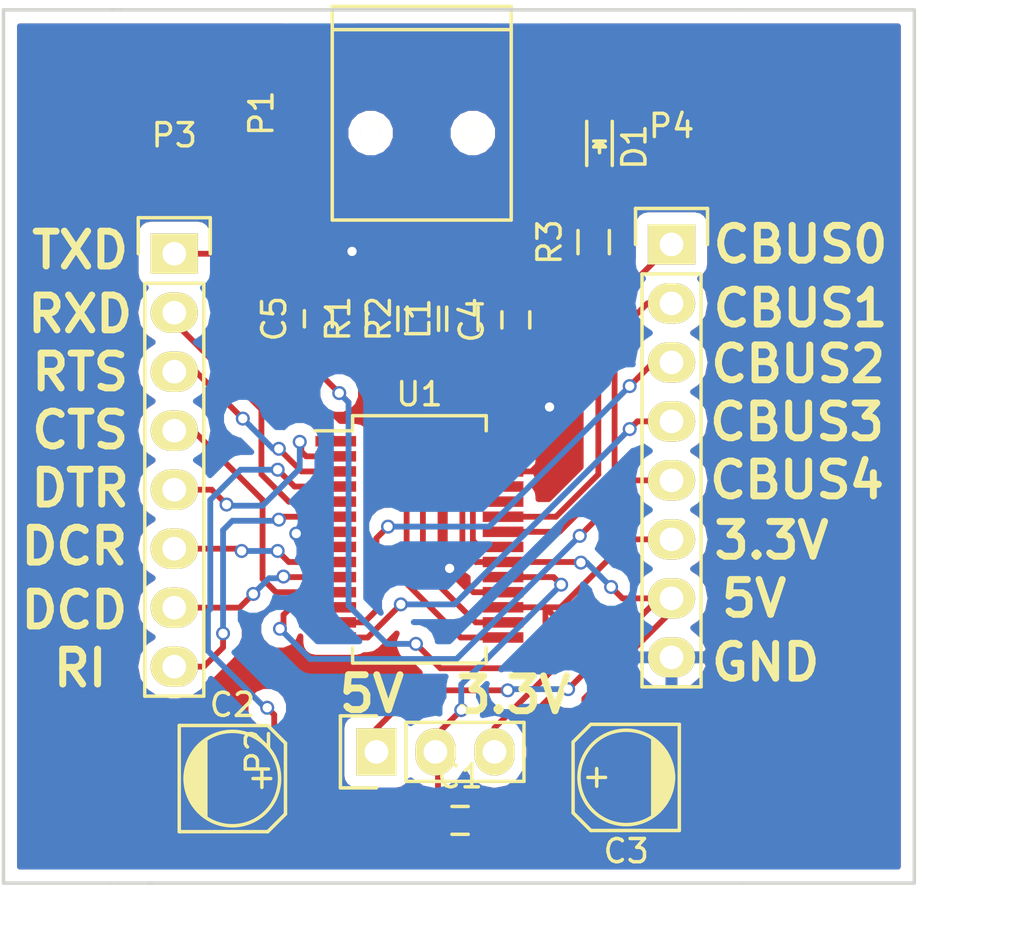
<source format=kicad_pcb>
(kicad_pcb (version 4) (host pcbnew 4.0.2+dfsg1-stable)

  (general
    (links 48)
    (no_connects 0)
    (area 117.624999 84.274999 156.975001 122.675)
    (thickness 1.6)
    (drawings 31)
    (tracks 217)
    (zones 0)
    (modules 15)
    (nets 27)
  )

  (page A4)
  (layers
    (0 F.Cu signal)
    (31 B.Cu signal)
    (32 B.Adhes user)
    (33 F.Adhes user)
    (34 B.Paste user)
    (35 F.Paste user)
    (36 B.SilkS user)
    (37 F.SilkS user)
    (38 B.Mask user)
    (39 F.Mask user)
    (40 Dwgs.User user)
    (41 Cmts.User user)
    (42 Eco1.User user)
    (43 Eco2.User user)
    (44 Edge.Cuts user)
    (45 Margin user)
    (46 B.CrtYd user)
    (47 F.CrtYd user)
    (48 B.Fab user)
    (49 F.Fab user)
  )

  (setup
    (last_trace_width 0.25)
    (user_trace_width 0.25)
    (user_trace_width 0.5)
    (trace_clearance 0.2)
    (zone_clearance 0.508)
    (zone_45_only no)
    (trace_min 0.2)
    (segment_width 0.2)
    (edge_width 0.15)
    (via_size 0.6)
    (via_drill 0.4)
    (via_min_size 0.4)
    (via_min_drill 0.3)
    (uvia_size 0.3)
    (uvia_drill 0.1)
    (uvias_allowed no)
    (uvia_min_size 0.2)
    (uvia_min_drill 0.1)
    (pcb_text_width 0.3)
    (pcb_text_size 1.5 1.5)
    (mod_edge_width 0.15)
    (mod_text_size 1 1)
    (mod_text_width 0.15)
    (pad_size 1.524 1.524)
    (pad_drill 0.762)
    (pad_to_mask_clearance 0.2)
    (aux_axis_origin 117.7 122.5)
    (visible_elements FFFFFF7F)
    (pcbplotparams
      (layerselection 0x010f0_80000001)
      (usegerberextensions true)
      (excludeedgelayer true)
      (linewidth 0.100000)
      (plotframeref false)
      (viasonmask false)
      (mode 1)
      (useauxorigin false)
      (hpglpennumber 1)
      (hpglpenspeed 20)
      (hpglpendiameter 15)
      (hpglpenoverlay 2)
      (psnegative false)
      (psa4output false)
      (plotreference true)
      (plotvalue true)
      (plotinvisibletext false)
      (padsonsilk false)
      (subtractmaskfromsilk false)
      (outputformat 1)
      (mirror false)
      (drillshape 0)
      (scaleselection 1)
      (outputdirectory /opt/FT232eval/))
  )

  (net 0 "")
  (net 1 "Net-(C1-Pad1)")
  (net 2 GND)
  (net 3 +5V)
  (net 4 +3V3)
  (net 5 "Net-(D1-Pad2)")
  (net 6 "Net-(L1-Pad2)")
  (net 7 "Net-(P1-Pad2)")
  (net 8 "Net-(P1-Pad3)")
  (net 9 "Net-(P1-Pad4)")
  (net 10 "Net-(R1-Pad1)")
  (net 11 "Net-(R2-Pad1)")
  (net 12 "Net-(U1-Pad27)")
  (net 13 "Net-(U1-Pad28)")
  (net 14 /TXD)
  (net 15 /RXD)
  (net 16 /RTS)
  (net 17 /CTS)
  (net 18 /DTR)
  (net 19 /DCR)
  (net 20 /DCD)
  (net 21 /RI)
  (net 22 /CBUS0)
  (net 23 /CBUS1)
  (net 24 /CBUS2)
  (net 25 /CBUS3)
  (net 26 /CBUS4)

  (net_class Default "This is the default net class."
    (clearance 0.2)
    (trace_width 0.25)
    (via_dia 0.6)
    (via_drill 0.4)
    (uvia_dia 0.3)
    (uvia_drill 0.1)
    (add_net +3V3)
    (add_net +5V)
    (add_net /CBUS0)
    (add_net /CBUS1)
    (add_net /CBUS2)
    (add_net /CBUS3)
    (add_net /CBUS4)
    (add_net /CTS)
    (add_net /DCD)
    (add_net /DCR)
    (add_net /DTR)
    (add_net /RI)
    (add_net /RTS)
    (add_net /RXD)
    (add_net /TXD)
    (add_net GND)
    (add_net "Net-(C1-Pad1)")
    (add_net "Net-(D1-Pad2)")
    (add_net "Net-(L1-Pad2)")
    (add_net "Net-(P1-Pad2)")
    (add_net "Net-(P1-Pad3)")
    (add_net "Net-(P1-Pad4)")
    (add_net "Net-(R1-Pad1)")
    (add_net "Net-(R2-Pad1)")
    (add_net "Net-(U1-Pad27)")
    (add_net "Net-(U1-Pad28)")
  )

  (module Capacitors_SMD:C_0603_HandSoldering (layer F.Cu) (tedit 541A9B4D) (tstamp 599AAA63)
    (at 137.35 119.8)
    (descr "Capacitor SMD 0603, hand soldering")
    (tags "capacitor 0603")
    (path /599A1121)
    (attr smd)
    (fp_text reference C1 (at 0 -1.9) (layer F.SilkS)
      (effects (font (size 1 1) (thickness 0.15)))
    )
    (fp_text value 100n (at 0 1.9) (layer F.Fab)
      (effects (font (size 1 1) (thickness 0.15)))
    )
    (fp_line (start -1.85 -0.75) (end 1.85 -0.75) (layer F.CrtYd) (width 0.05))
    (fp_line (start -1.85 0.75) (end 1.85 0.75) (layer F.CrtYd) (width 0.05))
    (fp_line (start -1.85 -0.75) (end -1.85 0.75) (layer F.CrtYd) (width 0.05))
    (fp_line (start 1.85 -0.75) (end 1.85 0.75) (layer F.CrtYd) (width 0.05))
    (fp_line (start -0.35 -0.6) (end 0.35 -0.6) (layer F.SilkS) (width 0.15))
    (fp_line (start 0.35 0.6) (end -0.35 0.6) (layer F.SilkS) (width 0.15))
    (pad 1 smd rect (at -0.95 0) (size 1.2 0.75) (layers F.Cu F.Paste F.Mask)
      (net 1 "Net-(C1-Pad1)"))
    (pad 2 smd rect (at 0.95 0) (size 1.2 0.75) (layers F.Cu F.Paste F.Mask)
      (net 2 GND))
    (model Capacitors_SMD.3dshapes/C_0603_HandSoldering.wrl
      (at (xyz 0 0 0))
      (scale (xyz 1 1 1))
      (rotate (xyz 0 0 0))
    )
  )

  (module Capacitors_SMD:c_elec_4x5.7 (layer F.Cu) (tedit 556FDF26) (tstamp 599AAA69)
    (at 127.55 118)
    (descr "SMT capacitor, aluminium electrolytic, 4x5.7")
    (path /599A1053)
    (attr smd)
    (fp_text reference C2 (at 0 -3.175) (layer F.SilkS)
      (effects (font (size 1 1) (thickness 0.15)))
    )
    (fp_text value 1u (at 0 3.175) (layer F.Fab)
      (effects (font (size 1 1) (thickness 0.15)))
    )
    (fp_line (start -3.35 -2.65) (end 3.35 -2.65) (layer F.CrtYd) (width 0.05))
    (fp_line (start 3.35 -2.65) (end 3.35 2.65) (layer F.CrtYd) (width 0.05))
    (fp_line (start 3.35 2.65) (end -3.35 2.65) (layer F.CrtYd) (width 0.05))
    (fp_line (start -3.35 2.65) (end -3.35 -2.65) (layer F.CrtYd) (width 0.05))
    (fp_line (start 1.651 0) (end 0.889 0) (layer F.SilkS) (width 0.15))
    (fp_line (start 1.27 -0.381) (end 1.27 0.381) (layer F.SilkS) (width 0.15))
    (fp_line (start 1.524 2.286) (end -2.286 2.286) (layer F.SilkS) (width 0.15))
    (fp_line (start 2.286 -1.524) (end 2.286 1.524) (layer F.SilkS) (width 0.15))
    (fp_line (start 1.524 2.286) (end 2.286 1.524) (layer F.SilkS) (width 0.15))
    (fp_line (start 1.524 -2.286) (end -2.286 -2.286) (layer F.SilkS) (width 0.15))
    (fp_line (start 1.524 -2.286) (end 2.286 -1.524) (layer F.SilkS) (width 0.15))
    (fp_line (start -2.032 0.127) (end -2.032 -0.127) (layer F.SilkS) (width 0.15))
    (fp_line (start -1.905 -0.635) (end -1.905 0.635) (layer F.SilkS) (width 0.15))
    (fp_line (start -1.778 0.889) (end -1.778 -0.889) (layer F.SilkS) (width 0.15))
    (fp_line (start -1.651 1.143) (end -1.651 -1.143) (layer F.SilkS) (width 0.15))
    (fp_line (start -1.524 -1.27) (end -1.524 1.27) (layer F.SilkS) (width 0.15))
    (fp_line (start -1.397 1.397) (end -1.397 -1.397) (layer F.SilkS) (width 0.15))
    (fp_line (start -1.27 -1.524) (end -1.27 1.524) (layer F.SilkS) (width 0.15))
    (fp_line (start -1.143 -1.651) (end -1.143 1.651) (layer F.SilkS) (width 0.15))
    (fp_line (start -2.286 -2.286) (end -2.286 2.286) (layer F.SilkS) (width 0.15))
    (fp_circle (center 0 0) (end -2.032 0) (layer F.SilkS) (width 0.15))
    (pad 1 smd rect (at 1.80086 0) (size 2.60096 1.6002) (layers F.Cu F.Paste F.Mask)
      (net 1 "Net-(C1-Pad1)"))
    (pad 2 smd rect (at -1.80086 0) (size 2.60096 1.6002) (layers F.Cu F.Paste F.Mask)
      (net 2 GND))
    (model Capacitors_SMD.3dshapes/c_elec_4x5.7.wrl
      (at (xyz 0 0 0))
      (scale (xyz 1 1 1))
      (rotate (xyz 0 0 0))
    )
  )

  (module Capacitors_SMD:c_elec_4x5.7 (layer F.Cu) (tedit 556FDF26) (tstamp 599AAA6F)
    (at 144.5 117.95 180)
    (descr "SMT capacitor, aluminium electrolytic, 4x5.7")
    (path /599AA728)
    (attr smd)
    (fp_text reference C3 (at 0 -3.175 180) (layer F.SilkS)
      (effects (font (size 1 1) (thickness 0.15)))
    )
    (fp_text value 10u (at 0 3.175 180) (layer F.Fab)
      (effects (font (size 1 1) (thickness 0.15)))
    )
    (fp_line (start -3.35 -2.65) (end 3.35 -2.65) (layer F.CrtYd) (width 0.05))
    (fp_line (start 3.35 -2.65) (end 3.35 2.65) (layer F.CrtYd) (width 0.05))
    (fp_line (start 3.35 2.65) (end -3.35 2.65) (layer F.CrtYd) (width 0.05))
    (fp_line (start -3.35 2.65) (end -3.35 -2.65) (layer F.CrtYd) (width 0.05))
    (fp_line (start 1.651 0) (end 0.889 0) (layer F.SilkS) (width 0.15))
    (fp_line (start 1.27 -0.381) (end 1.27 0.381) (layer F.SilkS) (width 0.15))
    (fp_line (start 1.524 2.286) (end -2.286 2.286) (layer F.SilkS) (width 0.15))
    (fp_line (start 2.286 -1.524) (end 2.286 1.524) (layer F.SilkS) (width 0.15))
    (fp_line (start 1.524 2.286) (end 2.286 1.524) (layer F.SilkS) (width 0.15))
    (fp_line (start 1.524 -2.286) (end -2.286 -2.286) (layer F.SilkS) (width 0.15))
    (fp_line (start 1.524 -2.286) (end 2.286 -1.524) (layer F.SilkS) (width 0.15))
    (fp_line (start -2.032 0.127) (end -2.032 -0.127) (layer F.SilkS) (width 0.15))
    (fp_line (start -1.905 -0.635) (end -1.905 0.635) (layer F.SilkS) (width 0.15))
    (fp_line (start -1.778 0.889) (end -1.778 -0.889) (layer F.SilkS) (width 0.15))
    (fp_line (start -1.651 1.143) (end -1.651 -1.143) (layer F.SilkS) (width 0.15))
    (fp_line (start -1.524 -1.27) (end -1.524 1.27) (layer F.SilkS) (width 0.15))
    (fp_line (start -1.397 1.397) (end -1.397 -1.397) (layer F.SilkS) (width 0.15))
    (fp_line (start -1.27 -1.524) (end -1.27 1.524) (layer F.SilkS) (width 0.15))
    (fp_line (start -1.143 -1.651) (end -1.143 1.651) (layer F.SilkS) (width 0.15))
    (fp_line (start -2.286 -2.286) (end -2.286 2.286) (layer F.SilkS) (width 0.15))
    (fp_circle (center 0 0) (end -2.032 0) (layer F.SilkS) (width 0.15))
    (pad 1 smd rect (at 1.80086 0 180) (size 2.60096 1.6002) (layers F.Cu F.Paste F.Mask)
      (net 3 +5V))
    (pad 2 smd rect (at -1.80086 0 180) (size 2.60096 1.6002) (layers F.Cu F.Paste F.Mask)
      (net 2 GND))
    (model Capacitors_SMD.3dshapes/c_elec_4x5.7.wrl
      (at (xyz 0 0 0))
      (scale (xyz 1 1 1))
      (rotate (xyz 0 0 0))
    )
  )

  (module Capacitors_SMD:C_0603_HandSoldering (layer F.Cu) (tedit 541A9B4D) (tstamp 599AAA75)
    (at 139.75 98.25 90)
    (descr "Capacitor SMD 0603, hand soldering")
    (tags "capacitor 0603")
    (path /599AAA9A)
    (attr smd)
    (fp_text reference C4 (at 0 -1.9 90) (layer F.SilkS)
      (effects (font (size 1 1) (thickness 0.15)))
    )
    (fp_text value 100n (at 0 1.9 90) (layer F.Fab)
      (effects (font (size 1 1) (thickness 0.15)))
    )
    (fp_line (start -1.85 -0.75) (end 1.85 -0.75) (layer F.CrtYd) (width 0.05))
    (fp_line (start -1.85 0.75) (end 1.85 0.75) (layer F.CrtYd) (width 0.05))
    (fp_line (start -1.85 -0.75) (end -1.85 0.75) (layer F.CrtYd) (width 0.05))
    (fp_line (start 1.85 -0.75) (end 1.85 0.75) (layer F.CrtYd) (width 0.05))
    (fp_line (start -0.35 -0.6) (end 0.35 -0.6) (layer F.SilkS) (width 0.15))
    (fp_line (start 0.35 0.6) (end -0.35 0.6) (layer F.SilkS) (width 0.15))
    (pad 1 smd rect (at -0.95 0 90) (size 1.2 0.75) (layers F.Cu F.Paste F.Mask)
      (net 3 +5V))
    (pad 2 smd rect (at 0.95 0 90) (size 1.2 0.75) (layers F.Cu F.Paste F.Mask)
      (net 2 GND))
    (model Capacitors_SMD.3dshapes/C_0603_HandSoldering.wrl
      (at (xyz 0 0 0))
      (scale (xyz 1 1 1))
      (rotate (xyz 0 0 0))
    )
  )

  (module Capacitors_SMD:C_0603_HandSoldering (layer F.Cu) (tedit 541A9B4D) (tstamp 599AAA7B)
    (at 131.25 98.2 90)
    (descr "Capacitor SMD 0603, hand soldering")
    (tags "capacitor 0603")
    (path /599AB63B)
    (attr smd)
    (fp_text reference C5 (at 0 -1.9 90) (layer F.SilkS)
      (effects (font (size 1 1) (thickness 0.15)))
    )
    (fp_text value 100n (at 0 1.9 90) (layer F.Fab)
      (effects (font (size 1 1) (thickness 0.15)))
    )
    (fp_line (start -1.85 -0.75) (end 1.85 -0.75) (layer F.CrtYd) (width 0.05))
    (fp_line (start -1.85 0.75) (end 1.85 0.75) (layer F.CrtYd) (width 0.05))
    (fp_line (start -1.85 -0.75) (end -1.85 0.75) (layer F.CrtYd) (width 0.05))
    (fp_line (start 1.85 -0.75) (end 1.85 0.75) (layer F.CrtYd) (width 0.05))
    (fp_line (start -0.35 -0.6) (end 0.35 -0.6) (layer F.SilkS) (width 0.15))
    (fp_line (start 0.35 0.6) (end -0.35 0.6) (layer F.SilkS) (width 0.15))
    (pad 1 smd rect (at -0.95 0 90) (size 1.2 0.75) (layers F.Cu F.Paste F.Mask)
      (net 4 +3V3))
    (pad 2 smd rect (at 0.95 0 90) (size 1.2 0.75) (layers F.Cu F.Paste F.Mask)
      (net 2 GND))
    (model Capacitors_SMD.3dshapes/C_0603_HandSoldering.wrl
      (at (xyz 0 0 0))
      (scale (xyz 1 1 1))
      (rotate (xyz 0 0 0))
    )
  )

  (module LEDs:LED_0603 (layer F.Cu) (tedit 55BDE255) (tstamp 599AAA81)
    (at 143.35 90.8 270)
    (descr "LED 0603 smd package")
    (tags "LED led 0603 SMD smd SMT smt smdled SMDLED smtled SMTLED")
    (path /599AB1E2)
    (attr smd)
    (fp_text reference D1 (at 0 -1.5 270) (layer F.SilkS)
      (effects (font (size 1 1) (thickness 0.15)))
    )
    (fp_text value green (at 0 1.5 270) (layer F.Fab)
      (effects (font (size 1 1) (thickness 0.15)))
    )
    (fp_line (start -1.1 0.55) (end 0.8 0.55) (layer F.SilkS) (width 0.15))
    (fp_line (start -1.1 -0.55) (end 0.8 -0.55) (layer F.SilkS) (width 0.15))
    (fp_line (start -0.2 0) (end 0.25 0) (layer F.SilkS) (width 0.15))
    (fp_line (start -0.25 -0.25) (end -0.25 0.25) (layer F.SilkS) (width 0.15))
    (fp_line (start -0.25 0) (end 0 -0.25) (layer F.SilkS) (width 0.15))
    (fp_line (start 0 -0.25) (end 0 0.25) (layer F.SilkS) (width 0.15))
    (fp_line (start 0 0.25) (end -0.25 0) (layer F.SilkS) (width 0.15))
    (fp_line (start 1.4 -0.75) (end 1.4 0.75) (layer F.CrtYd) (width 0.05))
    (fp_line (start 1.4 0.75) (end -1.4 0.75) (layer F.CrtYd) (width 0.05))
    (fp_line (start -1.4 0.75) (end -1.4 -0.75) (layer F.CrtYd) (width 0.05))
    (fp_line (start -1.4 -0.75) (end 1.4 -0.75) (layer F.CrtYd) (width 0.05))
    (pad 2 smd rect (at 0.7493 0 90) (size 0.79756 0.79756) (layers F.Cu F.Paste F.Mask)
      (net 5 "Net-(D1-Pad2)"))
    (pad 1 smd rect (at -0.7493 0 90) (size 0.79756 0.79756) (layers F.Cu F.Paste F.Mask)
      (net 2 GND))
    (model LEDs.3dshapes/LED_0603.wrl
      (at (xyz 0 0 0))
      (scale (xyz 1 1 1))
      (rotate (xyz 0 0 180))
    )
  )

  (module Resistors_SMD:R_0603_HandSoldering (layer F.Cu) (tedit 5418A00F) (tstamp 599AAA87)
    (at 137.45 98.2 90)
    (descr "Resistor SMD 0603, hand soldering")
    (tags "resistor 0603")
    (path /599A0D1E)
    (attr smd)
    (fp_text reference L1 (at 0 -1.9 90) (layer F.SilkS)
      (effects (font (size 1 1) (thickness 0.15)))
    )
    (fp_text value 100MHz (at 0 1.9 90) (layer F.Fab)
      (effects (font (size 1 1) (thickness 0.15)))
    )
    (fp_line (start -2 -0.8) (end 2 -0.8) (layer F.CrtYd) (width 0.05))
    (fp_line (start -2 0.8) (end 2 0.8) (layer F.CrtYd) (width 0.05))
    (fp_line (start -2 -0.8) (end -2 0.8) (layer F.CrtYd) (width 0.05))
    (fp_line (start 2 -0.8) (end 2 0.8) (layer F.CrtYd) (width 0.05))
    (fp_line (start 0.5 0.675) (end -0.5 0.675) (layer F.SilkS) (width 0.15))
    (fp_line (start -0.5 -0.675) (end 0.5 -0.675) (layer F.SilkS) (width 0.15))
    (pad 1 smd rect (at -1.1 0 90) (size 1.2 0.9) (layers F.Cu F.Paste F.Mask)
      (net 3 +5V))
    (pad 2 smd rect (at 1.1 0 90) (size 1.2 0.9) (layers F.Cu F.Paste F.Mask)
      (net 6 "Net-(L1-Pad2)"))
    (model Resistors_SMD.3dshapes/R_0603_HandSoldering.wrl
      (at (xyz 0 0 0))
      (scale (xyz 1 1 1))
      (rotate (xyz 0 0 0))
    )
  )

  (module Connect:USB_Mini-B (layer F.Cu) (tedit 5543E571) (tstamp 599AAA96)
    (at 135.7 89.35 270)
    (descr "USB Mini-B 5-pin SMD connector")
    (tags "USB USB_B USB_Mini connector")
    (path /599A06BE)
    (attr smd)
    (fp_text reference P1 (at 0 6.90118 270) (layer F.SilkS)
      (effects (font (size 1 1) (thickness 0.15)))
    )
    (fp_text value USB_OTG (at 0 -7.0993 270) (layer F.Fab)
      (effects (font (size 1 1) (thickness 0.15)))
    )
    (fp_line (start -4.85 -5.7) (end 4.85 -5.7) (layer F.CrtYd) (width 0.05))
    (fp_line (start 4.85 -5.7) (end 4.85 5.7) (layer F.CrtYd) (width 0.05))
    (fp_line (start 4.85 5.7) (end -4.85 5.7) (layer F.CrtYd) (width 0.05))
    (fp_line (start -4.85 5.7) (end -4.85 -5.7) (layer F.CrtYd) (width 0.05))
    (fp_line (start -3.59918 -3.85064) (end -3.59918 3.85064) (layer F.SilkS) (width 0.15))
    (fp_line (start -4.59994 -3.85064) (end -4.59994 3.85064) (layer F.SilkS) (width 0.15))
    (fp_line (start -4.59994 3.85064) (end 4.59994 3.85064) (layer F.SilkS) (width 0.15))
    (fp_line (start 4.59994 3.85064) (end 4.59994 -3.85064) (layer F.SilkS) (width 0.15))
    (fp_line (start 4.59994 -3.85064) (end -4.59994 -3.85064) (layer F.SilkS) (width 0.15))
    (pad 1 smd rect (at 3.44932 -1.6002 270) (size 2.30124 0.50038) (layers F.Cu F.Paste F.Mask)
      (net 6 "Net-(L1-Pad2)"))
    (pad 2 smd rect (at 3.44932 -0.8001 270) (size 2.30124 0.50038) (layers F.Cu F.Paste F.Mask)
      (net 7 "Net-(P1-Pad2)"))
    (pad 3 smd rect (at 3.44932 0 270) (size 2.30124 0.50038) (layers F.Cu F.Paste F.Mask)
      (net 8 "Net-(P1-Pad3)"))
    (pad 4 smd rect (at 3.44932 0.8001 270) (size 2.30124 0.50038) (layers F.Cu F.Paste F.Mask)
      (net 9 "Net-(P1-Pad4)"))
    (pad 5 smd rect (at 3.44932 1.6002 270) (size 2.30124 0.50038) (layers F.Cu F.Paste F.Mask)
      (net 2 GND))
    (pad 6 smd rect (at 3.35026 -4.45008 270) (size 2.49936 1.99898) (layers F.Cu F.Paste F.Mask)
      (net 2 GND))
    (pad 6 smd rect (at -2.14884 -4.45008 270) (size 2.49936 1.99898) (layers F.Cu F.Paste F.Mask)
      (net 2 GND))
    (pad 6 smd rect (at 3.35026 4.45008 270) (size 2.49936 1.99898) (layers F.Cu F.Paste F.Mask)
      (net 2 GND))
    (pad 6 smd rect (at -2.14884 4.45008 270) (size 2.49936 1.99898) (layers F.Cu F.Paste F.Mask)
      (net 2 GND))
    (pad "" np_thru_hole circle (at 0.8509 -2.19964 270) (size 0.89916 0.89916) (drill 0.89916) (layers *.Cu *.Mask F.SilkS))
    (pad "" np_thru_hole circle (at 0.8509 2.19964 270) (size 0.89916 0.89916) (drill 0.89916) (layers *.Cu *.Mask F.SilkS))
  )

  (module Pin_Headers:Pin_Header_Straight_1x03 (layer F.Cu) (tedit 0) (tstamp 599AAA9D)
    (at 133.75 116.85 90)
    (descr "Through hole pin header")
    (tags "pin header")
    (path /599AAD82)
    (fp_text reference P2 (at 0 -5.1 90) (layer F.SilkS)
      (effects (font (size 1 1) (thickness 0.15)))
    )
    (fp_text value CONN_01X03 (at 0 -3.1 90) (layer F.Fab)
      (effects (font (size 1 1) (thickness 0.15)))
    )
    (fp_line (start -1.75 -1.75) (end -1.75 6.85) (layer F.CrtYd) (width 0.05))
    (fp_line (start 1.75 -1.75) (end 1.75 6.85) (layer F.CrtYd) (width 0.05))
    (fp_line (start -1.75 -1.75) (end 1.75 -1.75) (layer F.CrtYd) (width 0.05))
    (fp_line (start -1.75 6.85) (end 1.75 6.85) (layer F.CrtYd) (width 0.05))
    (fp_line (start -1.27 1.27) (end -1.27 6.35) (layer F.SilkS) (width 0.15))
    (fp_line (start -1.27 6.35) (end 1.27 6.35) (layer F.SilkS) (width 0.15))
    (fp_line (start 1.27 6.35) (end 1.27 1.27) (layer F.SilkS) (width 0.15))
    (fp_line (start 1.55 -1.55) (end 1.55 0) (layer F.SilkS) (width 0.15))
    (fp_line (start 1.27 1.27) (end -1.27 1.27) (layer F.SilkS) (width 0.15))
    (fp_line (start -1.55 0) (end -1.55 -1.55) (layer F.SilkS) (width 0.15))
    (fp_line (start -1.55 -1.55) (end 1.55 -1.55) (layer F.SilkS) (width 0.15))
    (pad 1 thru_hole rect (at 0 0 90) (size 2.032 1.7272) (drill 1.016) (layers *.Cu *.Mask F.SilkS)
      (net 3 +5V))
    (pad 2 thru_hole oval (at 0 2.54 90) (size 2.032 1.7272) (drill 1.016) (layers *.Cu *.Mask F.SilkS)
      (net 1 "Net-(C1-Pad1)"))
    (pad 3 thru_hole oval (at 0 5.08 90) (size 2.032 1.7272) (drill 1.016) (layers *.Cu *.Mask F.SilkS)
      (net 4 +3V3))
    (model Pin_Headers.3dshapes/Pin_Header_Straight_1x03.wrl
      (at (xyz 0 -0.1 0))
      (scale (xyz 1 1 1))
      (rotate (xyz 0 0 90))
    )
  )

  (module Pin_Headers:Pin_Header_Straight_1x08 (layer F.Cu) (tedit 0) (tstamp 599AAAA9)
    (at 125.05 95.4)
    (descr "Through hole pin header")
    (tags "pin header")
    (path /599ABD26)
    (fp_text reference P3 (at 0 -5.1) (layer F.SilkS)
      (effects (font (size 1 1) (thickness 0.15)))
    )
    (fp_text value CONN_01X08 (at 0 -3.1) (layer F.Fab)
      (effects (font (size 1 1) (thickness 0.15)))
    )
    (fp_line (start -1.75 -1.75) (end -1.75 19.55) (layer F.CrtYd) (width 0.05))
    (fp_line (start 1.75 -1.75) (end 1.75 19.55) (layer F.CrtYd) (width 0.05))
    (fp_line (start -1.75 -1.75) (end 1.75 -1.75) (layer F.CrtYd) (width 0.05))
    (fp_line (start -1.75 19.55) (end 1.75 19.55) (layer F.CrtYd) (width 0.05))
    (fp_line (start 1.27 1.27) (end 1.27 19.05) (layer F.SilkS) (width 0.15))
    (fp_line (start 1.27 19.05) (end -1.27 19.05) (layer F.SilkS) (width 0.15))
    (fp_line (start -1.27 19.05) (end -1.27 1.27) (layer F.SilkS) (width 0.15))
    (fp_line (start 1.55 -1.55) (end 1.55 0) (layer F.SilkS) (width 0.15))
    (fp_line (start 1.27 1.27) (end -1.27 1.27) (layer F.SilkS) (width 0.15))
    (fp_line (start -1.55 0) (end -1.55 -1.55) (layer F.SilkS) (width 0.15))
    (fp_line (start -1.55 -1.55) (end 1.55 -1.55) (layer F.SilkS) (width 0.15))
    (pad 1 thru_hole rect (at 0 0) (size 2.032 1.7272) (drill 1.016) (layers *.Cu *.Mask F.SilkS)
      (net 14 /TXD))
    (pad 2 thru_hole oval (at 0 2.54) (size 2.032 1.7272) (drill 1.016) (layers *.Cu *.Mask F.SilkS)
      (net 15 /RXD))
    (pad 3 thru_hole oval (at 0 5.08) (size 2.032 1.7272) (drill 1.016) (layers *.Cu *.Mask F.SilkS)
      (net 16 /RTS))
    (pad 4 thru_hole oval (at 0 7.62) (size 2.032 1.7272) (drill 1.016) (layers *.Cu *.Mask F.SilkS)
      (net 17 /CTS))
    (pad 5 thru_hole oval (at 0 10.16) (size 2.032 1.7272) (drill 1.016) (layers *.Cu *.Mask F.SilkS)
      (net 18 /DTR))
    (pad 6 thru_hole oval (at 0 12.7) (size 2.032 1.7272) (drill 1.016) (layers *.Cu *.Mask F.SilkS)
      (net 19 /DCR))
    (pad 7 thru_hole oval (at 0 15.24) (size 2.032 1.7272) (drill 1.016) (layers *.Cu *.Mask F.SilkS)
      (net 20 /DCD))
    (pad 8 thru_hole oval (at 0 17.78) (size 2.032 1.7272) (drill 1.016) (layers *.Cu *.Mask F.SilkS)
      (net 21 /RI))
    (model Pin_Headers.3dshapes/Pin_Header_Straight_1x08.wrl
      (at (xyz 0 -0.35 0))
      (scale (xyz 1 1 1))
      (rotate (xyz 0 0 90))
    )
  )

  (module Pin_Headers:Pin_Header_Straight_1x08 (layer F.Cu) (tedit 0) (tstamp 599AAAB5)
    (at 146.45 95)
    (descr "Through hole pin header")
    (tags "pin header")
    (path /599ABD71)
    (fp_text reference P4 (at 0 -5.1) (layer F.SilkS)
      (effects (font (size 1 1) (thickness 0.15)))
    )
    (fp_text value CONN_01X08 (at 0 -3.1) (layer F.Fab)
      (effects (font (size 1 1) (thickness 0.15)))
    )
    (fp_line (start -1.75 -1.75) (end -1.75 19.55) (layer F.CrtYd) (width 0.05))
    (fp_line (start 1.75 -1.75) (end 1.75 19.55) (layer F.CrtYd) (width 0.05))
    (fp_line (start -1.75 -1.75) (end 1.75 -1.75) (layer F.CrtYd) (width 0.05))
    (fp_line (start -1.75 19.55) (end 1.75 19.55) (layer F.CrtYd) (width 0.05))
    (fp_line (start 1.27 1.27) (end 1.27 19.05) (layer F.SilkS) (width 0.15))
    (fp_line (start 1.27 19.05) (end -1.27 19.05) (layer F.SilkS) (width 0.15))
    (fp_line (start -1.27 19.05) (end -1.27 1.27) (layer F.SilkS) (width 0.15))
    (fp_line (start 1.55 -1.55) (end 1.55 0) (layer F.SilkS) (width 0.15))
    (fp_line (start 1.27 1.27) (end -1.27 1.27) (layer F.SilkS) (width 0.15))
    (fp_line (start -1.55 0) (end -1.55 -1.55) (layer F.SilkS) (width 0.15))
    (fp_line (start -1.55 -1.55) (end 1.55 -1.55) (layer F.SilkS) (width 0.15))
    (pad 1 thru_hole rect (at 0 0) (size 2.032 1.7272) (drill 1.016) (layers *.Cu *.Mask F.SilkS)
      (net 22 /CBUS0))
    (pad 2 thru_hole oval (at 0 2.54) (size 2.032 1.7272) (drill 1.016) (layers *.Cu *.Mask F.SilkS)
      (net 23 /CBUS1))
    (pad 3 thru_hole oval (at 0 5.08) (size 2.032 1.7272) (drill 1.016) (layers *.Cu *.Mask F.SilkS)
      (net 24 /CBUS2))
    (pad 4 thru_hole oval (at 0 7.62) (size 2.032 1.7272) (drill 1.016) (layers *.Cu *.Mask F.SilkS)
      (net 25 /CBUS3))
    (pad 5 thru_hole oval (at 0 10.16) (size 2.032 1.7272) (drill 1.016) (layers *.Cu *.Mask F.SilkS)
      (net 26 /CBUS4))
    (pad 6 thru_hole oval (at 0 12.7) (size 2.032 1.7272) (drill 1.016) (layers *.Cu *.Mask F.SilkS)
      (net 4 +3V3))
    (pad 7 thru_hole oval (at 0 15.24) (size 2.032 1.7272) (drill 1.016) (layers *.Cu *.Mask F.SilkS)
      (net 3 +5V))
    (pad 8 thru_hole oval (at 0 17.78) (size 2.032 1.7272) (drill 1.016) (layers *.Cu *.Mask F.SilkS)
      (net 2 GND))
    (model Pin_Headers.3dshapes/Pin_Header_Straight_1x08.wrl
      (at (xyz 0 -0.35 0))
      (scale (xyz 1 1 1))
      (rotate (xyz 0 0 90))
    )
  )

  (module Resistors_SMD:R_0603_HandSoldering (layer F.Cu) (tedit 5418A00F) (tstamp 599AAABB)
    (at 134 98.2 90)
    (descr "Resistor SMD 0603, hand soldering")
    (tags "resistor 0603")
    (path /599A0BC6)
    (attr smd)
    (fp_text reference R1 (at 0 -1.9 90) (layer F.SilkS)
      (effects (font (size 1 1) (thickness 0.15)))
    )
    (fp_text value 27 (at 0 1.9 90) (layer F.Fab)
      (effects (font (size 1 1) (thickness 0.15)))
    )
    (fp_line (start -2 -0.8) (end 2 -0.8) (layer F.CrtYd) (width 0.05))
    (fp_line (start -2 0.8) (end 2 0.8) (layer F.CrtYd) (width 0.05))
    (fp_line (start -2 -0.8) (end -2 0.8) (layer F.CrtYd) (width 0.05))
    (fp_line (start 2 -0.8) (end 2 0.8) (layer F.CrtYd) (width 0.05))
    (fp_line (start 0.5 0.675) (end -0.5 0.675) (layer F.SilkS) (width 0.15))
    (fp_line (start -0.5 -0.675) (end 0.5 -0.675) (layer F.SilkS) (width 0.15))
    (pad 1 smd rect (at -1.1 0 90) (size 1.2 0.9) (layers F.Cu F.Paste F.Mask)
      (net 10 "Net-(R1-Pad1)"))
    (pad 2 smd rect (at 1.1 0 90) (size 1.2 0.9) (layers F.Cu F.Paste F.Mask)
      (net 8 "Net-(P1-Pad3)"))
    (model Resistors_SMD.3dshapes/R_0603_HandSoldering.wrl
      (at (xyz 0 0 0))
      (scale (xyz 1 1 1))
      (rotate (xyz 0 0 0))
    )
  )

  (module Resistors_SMD:R_0603_HandSoldering (layer F.Cu) (tedit 5418A00F) (tstamp 599AAAC1)
    (at 135.75 98.2 90)
    (descr "Resistor SMD 0603, hand soldering")
    (tags "resistor 0603")
    (path /599A0BFD)
    (attr smd)
    (fp_text reference R2 (at 0 -1.9 90) (layer F.SilkS)
      (effects (font (size 1 1) (thickness 0.15)))
    )
    (fp_text value 27 (at 0 1.9 90) (layer F.Fab)
      (effects (font (size 1 1) (thickness 0.15)))
    )
    (fp_line (start -2 -0.8) (end 2 -0.8) (layer F.CrtYd) (width 0.05))
    (fp_line (start -2 0.8) (end 2 0.8) (layer F.CrtYd) (width 0.05))
    (fp_line (start -2 -0.8) (end -2 0.8) (layer F.CrtYd) (width 0.05))
    (fp_line (start 2 -0.8) (end 2 0.8) (layer F.CrtYd) (width 0.05))
    (fp_line (start 0.5 0.675) (end -0.5 0.675) (layer F.SilkS) (width 0.15))
    (fp_line (start -0.5 -0.675) (end 0.5 -0.675) (layer F.SilkS) (width 0.15))
    (pad 1 smd rect (at -1.1 0 90) (size 1.2 0.9) (layers F.Cu F.Paste F.Mask)
      (net 11 "Net-(R2-Pad1)"))
    (pad 2 smd rect (at 1.1 0 90) (size 1.2 0.9) (layers F.Cu F.Paste F.Mask)
      (net 7 "Net-(P1-Pad2)"))
    (model Resistors_SMD.3dshapes/R_0603_HandSoldering.wrl
      (at (xyz 0 0 0))
      (scale (xyz 1 1 1))
      (rotate (xyz 0 0 0))
    )
  )

  (module Resistors_SMD:R_0603_HandSoldering (layer F.Cu) (tedit 5418A00F) (tstamp 599AAAC7)
    (at 143.1 94.9 90)
    (descr "Resistor SMD 0603, hand soldering")
    (tags "resistor 0603")
    (path /599AB23D)
    (attr smd)
    (fp_text reference R3 (at 0 -1.9 90) (layer F.SilkS)
      (effects (font (size 1 1) (thickness 0.15)))
    )
    (fp_text value 1k (at 0 1.9 90) (layer F.Fab)
      (effects (font (size 1 1) (thickness 0.15)))
    )
    (fp_line (start -2 -0.8) (end 2 -0.8) (layer F.CrtYd) (width 0.05))
    (fp_line (start -2 0.8) (end 2 0.8) (layer F.CrtYd) (width 0.05))
    (fp_line (start -2 -0.8) (end -2 0.8) (layer F.CrtYd) (width 0.05))
    (fp_line (start 2 -0.8) (end 2 0.8) (layer F.CrtYd) (width 0.05))
    (fp_line (start 0.5 0.675) (end -0.5 0.675) (layer F.SilkS) (width 0.15))
    (fp_line (start -0.5 -0.675) (end 0.5 -0.675) (layer F.SilkS) (width 0.15))
    (pad 1 smd rect (at -1.1 0 90) (size 1.2 0.9) (layers F.Cu F.Paste F.Mask)
      (net 3 +5V))
    (pad 2 smd rect (at 1.1 0 90) (size 1.2 0.9) (layers F.Cu F.Paste F.Mask)
      (net 5 "Net-(D1-Pad2)"))
    (model Resistors_SMD.3dshapes/R_0603_HandSoldering.wrl
      (at (xyz 0 0 0))
      (scale (xyz 1 1 1))
      (rotate (xyz 0 0 0))
    )
  )

  (module Housings_SSOP:SSOP-28_5.3x10.2mm_Pitch0.65mm (layer F.Cu) (tedit 54130A77) (tstamp 599AAAE7)
    (at 135.6 107.7)
    (descr "28-Lead Plastic Shrink Small Outline (SS)-5.30 mm Body [SSOP] (see Microchip Packaging Specification 00000049BS.pdf)")
    (tags "SSOP 0.65")
    (path /599A0673)
    (attr smd)
    (fp_text reference U1 (at 0 -6.25) (layer F.SilkS)
      (effects (font (size 1 1) (thickness 0.15)))
    )
    (fp_text value FT232RL (at 0 6.25) (layer F.Fab)
      (effects (font (size 1 1) (thickness 0.15)))
    )
    (fp_line (start -4.75 -5.5) (end -4.75 5.5) (layer F.CrtYd) (width 0.05))
    (fp_line (start 4.75 -5.5) (end 4.75 5.5) (layer F.CrtYd) (width 0.05))
    (fp_line (start -4.75 -5.5) (end 4.75 -5.5) (layer F.CrtYd) (width 0.05))
    (fp_line (start -4.75 5.5) (end 4.75 5.5) (layer F.CrtYd) (width 0.05))
    (fp_line (start -2.875 -5.325) (end -2.875 -4.675) (layer F.SilkS) (width 0.15))
    (fp_line (start 2.875 -5.325) (end 2.875 -4.675) (layer F.SilkS) (width 0.15))
    (fp_line (start 2.875 5.325) (end 2.875 4.675) (layer F.SilkS) (width 0.15))
    (fp_line (start -2.875 5.325) (end -2.875 4.675) (layer F.SilkS) (width 0.15))
    (fp_line (start -2.875 -5.325) (end 2.875 -5.325) (layer F.SilkS) (width 0.15))
    (fp_line (start -2.875 5.325) (end 2.875 5.325) (layer F.SilkS) (width 0.15))
    (fp_line (start -2.875 -4.675) (end -4.475 -4.675) (layer F.SilkS) (width 0.15))
    (pad 1 smd rect (at -3.6 -4.225) (size 1.75 0.45) (layers F.Cu F.Paste F.Mask)
      (net 14 /TXD))
    (pad 2 smd rect (at -3.6 -3.575) (size 1.75 0.45) (layers F.Cu F.Paste F.Mask)
      (net 18 /DTR))
    (pad 3 smd rect (at -3.6 -2.925) (size 1.75 0.45) (layers F.Cu F.Paste F.Mask)
      (net 16 /RTS))
    (pad 4 smd rect (at -3.6 -2.275) (size 1.75 0.45) (layers F.Cu F.Paste F.Mask)
      (net 1 "Net-(C1-Pad1)"))
    (pad 5 smd rect (at -3.6 -1.625) (size 1.75 0.45) (layers F.Cu F.Paste F.Mask)
      (net 15 /RXD))
    (pad 6 smd rect (at -3.6 -0.975) (size 1.75 0.45) (layers F.Cu F.Paste F.Mask)
      (net 21 /RI))
    (pad 7 smd rect (at -3.6 -0.325) (size 1.75 0.45) (layers F.Cu F.Paste F.Mask)
      (net 2 GND))
    (pad 8 smd rect (at -3.6 0.325) (size 1.75 0.45) (layers F.Cu F.Paste F.Mask))
    (pad 9 smd rect (at -3.6 0.975) (size 1.75 0.45) (layers F.Cu F.Paste F.Mask)
      (net 19 /DCR))
    (pad 10 smd rect (at -3.6 1.625) (size 1.75 0.45) (layers F.Cu F.Paste F.Mask)
      (net 20 /DCD))
    (pad 11 smd rect (at -3.6 2.275) (size 1.75 0.45) (layers F.Cu F.Paste F.Mask)
      (net 17 /CTS))
    (pad 12 smd rect (at -3.6 2.925) (size 1.75 0.45) (layers F.Cu F.Paste F.Mask)
      (net 26 /CBUS4))
    (pad 13 smd rect (at -3.6 3.575) (size 1.75 0.45) (layers F.Cu F.Paste F.Mask)
      (net 24 /CBUS2))
    (pad 14 smd rect (at -3.6 4.225) (size 1.75 0.45) (layers F.Cu F.Paste F.Mask)
      (net 25 /CBUS3))
    (pad 15 smd rect (at 3.6 4.225) (size 1.75 0.45) (layers F.Cu F.Paste F.Mask)
      (net 10 "Net-(R1-Pad1)"))
    (pad 16 smd rect (at 3.6 3.575) (size 1.75 0.45) (layers F.Cu F.Paste F.Mask)
      (net 11 "Net-(R2-Pad1)"))
    (pad 17 smd rect (at 3.6 2.925) (size 1.75 0.45) (layers F.Cu F.Paste F.Mask)
      (net 4 +3V3))
    (pad 18 smd rect (at 3.6 2.275) (size 1.75 0.45) (layers F.Cu F.Paste F.Mask)
      (net 2 GND))
    (pad 19 smd rect (at 3.6 1.625) (size 1.75 0.45) (layers F.Cu F.Paste F.Mask)
      (net 1 "Net-(C1-Pad1)"))
    (pad 20 smd rect (at 3.6 0.975) (size 1.75 0.45) (layers F.Cu F.Paste F.Mask)
      (net 3 +5V))
    (pad 21 smd rect (at 3.6 0.325) (size 1.75 0.45) (layers F.Cu F.Paste F.Mask)
      (net 2 GND))
    (pad 22 smd rect (at 3.6 -0.325) (size 1.75 0.45) (layers F.Cu F.Paste F.Mask)
      (net 23 /CBUS1))
    (pad 23 smd rect (at 3.6 -0.975) (size 1.75 0.45) (layers F.Cu F.Paste F.Mask)
      (net 22 /CBUS0))
    (pad 24 smd rect (at 3.6 -1.625) (size 1.75 0.45) (layers F.Cu F.Paste F.Mask))
    (pad 25 smd rect (at 3.6 -2.275) (size 1.75 0.45) (layers F.Cu F.Paste F.Mask)
      (net 2 GND))
    (pad 26 smd rect (at 3.6 -2.925) (size 1.75 0.45) (layers F.Cu F.Paste F.Mask)
      (net 2 GND))
    (pad 27 smd rect (at 3.6 -3.575) (size 1.75 0.45) (layers F.Cu F.Paste F.Mask)
      (net 12 "Net-(U1-Pad27)"))
    (pad 28 smd rect (at 3.6 -4.225) (size 1.75 0.45) (layers F.Cu F.Paste F.Mask)
      (net 13 "Net-(U1-Pad28)"))
    (model Housings_SSOP.3dshapes/SSOP-28_5.3x10.2mm_Pitch0.65mm.wrl
      (at (xyz 0 0 0))
      (scale (xyz 1 1 1))
      (rotate (xyz 0 0 0))
    )
  )

  (dimension 37.6 (width 0.3) (layer Dwgs.User)
    (gr_text "37.600 mm" (at 159.2 104 270) (layer Dwgs.User)
      (effects (font (size 1.5 1.5) (thickness 0.3)))
    )
    (feature1 (pts (xy 157.6 122.5) (xy 157.6 122.5)))
    (feature2 (pts (xy 157.6 84.9) (xy 157.6 84.9)))
    (crossbar (pts (xy 157.6 84.9) (xy 157.6 122.5)))
    (arrow1a (pts (xy 157.6 122.5) (xy 157.013579 121.373496)))
    (arrow1b (pts (xy 157.6 122.5) (xy 158.186421 121.373496)))
    (arrow2a (pts (xy 157.6 84.9) (xy 157.013579 86.026504)))
    (arrow2b (pts (xy 157.6 84.9) (xy 158.186421 86.026504)))
  )
  (dimension 39.2 (width 0.3) (layer Dwgs.User)
    (gr_text "39.200 mm" (at 137.3 125.2) (layer Dwgs.User)
      (effects (font (size 1.5 1.5) (thickness 0.3)))
    )
    (feature1 (pts (xy 156.9 123.8) (xy 156.9 123.8)))
    (feature2 (pts (xy 117.7 123.8) (xy 117.7 123.8)))
    (crossbar (pts (xy 117.7 123.8) (xy 156.9 123.8)))
    (arrow1a (pts (xy 156.9 123.8) (xy 155.773496 124.386421)))
    (arrow1b (pts (xy 156.9 123.8) (xy 155.773496 123.213579)))
    (arrow2a (pts (xy 117.7 123.8) (xy 118.826504 124.386421)))
    (arrow2b (pts (xy 117.7 123.8) (xy 118.826504 123.213579)))
  )
  (gr_line (start 117.7 84.9) (end 122.5 84.9) (angle 90) (layer Edge.Cuts) (width 0.15))
  (gr_line (start 117.7 122.5) (end 117.7 84.9) (angle 90) (layer Edge.Cuts) (width 0.15))
  (gr_line (start 122.3 122.5) (end 117.7 122.5) (angle 90) (layer Edge.Cuts) (width 0.15))
  (gr_line (start 156.9 122.5) (end 149.5 122.5) (angle 90) (layer Edge.Cuts) (width 0.15))
  (gr_line (start 156.9 84.9) (end 156.9 122.5) (angle 90) (layer Edge.Cuts) (width 0.15))
  (gr_line (start 149.5 84.9) (end 156.9 84.9) (angle 90) (layer Edge.Cuts) (width 0.15))
  (gr_text RI (at 121 113.25) (layer F.SilkS)
    (effects (font (size 1.5 1.5) (thickness 0.3)))
  )
  (gr_text DCD (at 120.75 110.75) (layer F.SilkS)
    (effects (font (size 1.5 1.5) (thickness 0.3)))
  )
  (gr_text DCR (at 120.75 108) (layer F.SilkS)
    (effects (font (size 1.5 1.5) (thickness 0.3)))
  )
  (gr_text DTR (at 121 105.5) (layer F.SilkS)
    (effects (font (size 1.5 1.5) (thickness 0.3)))
  )
  (gr_text CTS (at 121 103) (layer F.SilkS)
    (effects (font (size 1.5 1.5) (thickness 0.3)))
  )
  (gr_text RTS (at 121 100.5) (layer F.SilkS)
    (effects (font (size 1.5 1.5) (thickness 0.3)))
  )
  (gr_text RXD (at 121 98) (layer F.SilkS)
    (effects (font (size 1.5 1.5) (thickness 0.3)))
  )
  (gr_text TXD (at 121 95.25) (layer F.SilkS)
    (effects (font (size 1.5 1.5) (thickness 0.3)))
  )
  (gr_text CBUS4 (at 151.85 105.15) (layer F.SilkS)
    (effects (font (size 1.5 1.5) (thickness 0.3)))
  )
  (gr_text CBUS3 (at 151.85 102.65) (layer F.SilkS)
    (effects (font (size 1.5 1.5) (thickness 0.3)))
  )
  (gr_text CBUS2 (at 151.9 100.15) (layer F.SilkS)
    (effects (font (size 1.5 1.5) (thickness 0.3)))
  )
  (gr_text CBUS1 (at 152 97.75) (layer F.SilkS)
    (effects (font (size 1.5 1.5) (thickness 0.3)))
  )
  (gr_text CBUS0 (at 152 95) (layer F.SilkS)
    (effects (font (size 1.5 1.5) (thickness 0.3)))
  )
  (gr_text "3.3V\n" (at 150.75 107.75) (layer F.SilkS)
    (effects (font (size 1.5 1.5) (thickness 0.3)))
  )
  (gr_text "5V\n" (at 150 110.25) (layer F.SilkS)
    (effects (font (size 1.5 1.5) (thickness 0.3)))
  )
  (gr_text GND (at 150.5 113) (layer F.SilkS)
    (effects (font (size 1.5 1.5) (thickness 0.3)))
  )
  (gr_text 3.3V (at 139.65 114.4) (layer F.SilkS)
    (effects (font (size 1.5 1.5) (thickness 0.3)))
  )
  (gr_text 5V (at 133.55 114.35) (layer F.SilkS)
    (effects (font (size 1.5 1.5) (thickness 0.3)))
  )
  (gr_line (start 122.3 84.9) (end 122.75 84.9) (angle 90) (layer Edge.Cuts) (width 0.15))
  (gr_line (start 122.7 122.5) (end 122.3 122.5) (angle 90) (layer Edge.Cuts) (width 0.15))
  (gr_line (start 122.7 122.5) (end 124.1 122.5) (angle 90) (layer Edge.Cuts) (width 0.15))
  (gr_line (start 149.5 122.5) (end 123.9 122.5) (angle 90) (layer Edge.Cuts) (width 0.15))
  (gr_line (start 122.7 84.9) (end 149.5 84.9) (angle 90) (layer Edge.Cuts) (width 0.15))

  (segment (start 132 105.425) (end 130.225 105.425) (width 0.25) (layer F.Cu) (net 1))
  (segment (start 129.35086 115.25086) (end 129.35086 118) (width 0.25) (layer F.Cu) (net 1) (tstamp 599AB084))
  (segment (start 129.05 114.95) (end 129.35086 115.25086) (width 0.25) (layer F.Cu) (net 1) (tstamp 599AB083))
  (via (at 129.05 114.95) (size 0.6) (drill 0.4) (layers F.Cu B.Cu) (net 1))
  (segment (start 128.95 114.95) (end 129.05 114.95) (width 0.25) (layer B.Cu) (net 1) (tstamp 599AB07F))
  (segment (start 126.5 112.5) (end 128.95 114.95) (width 0.25) (layer B.Cu) (net 1) (tstamp 599AB07A))
  (segment (start 126.5 110.8) (end 126.5 112.5) (width 0.25) (layer B.Cu) (net 1) (tstamp 599AB074))
  (segment (start 126.6 110.7) (end 126.5 110.8) (width 0.25) (layer B.Cu) (net 1) (tstamp 599AB072))
  (segment (start 126.6 109.9) (end 126.6 110.7) (width 0.25) (layer B.Cu) (net 1) (tstamp 599AB067))
  (segment (start 126.6 106) (end 126.6 109.9) (width 0.25) (layer B.Cu) (net 1) (tstamp 599AB063))
  (segment (start 127.9 104.7) (end 126.6 106) (width 0.25) (layer B.Cu) (net 1) (tstamp 599AB05E))
  (segment (start 128.9 104.7) (end 127.9 104.7) (width 0.25) (layer B.Cu) (net 1) (tstamp 599AB05C))
  (segment (start 129.5 104.7) (end 128.9 104.7) (width 0.25) (layer B.Cu) (net 1) (tstamp 599AB05B))
  (via (at 129.5 104.7) (size 0.6) (drill 0.4) (layers F.Cu B.Cu) (net 1))
  (segment (start 130.225 105.425) (end 129.5 104.7) (width 0.25) (layer F.Cu) (net 1) (tstamp 599AB04C))
  (segment (start 139.2 109.325) (end 141.375 109.325) (width 0.25) (layer F.Cu) (net 1))
  (segment (start 137.4 115.05) (end 136.29 116.16) (width 0.25) (layer F.Cu) (net 1) (tstamp 599AADCF))
  (via (at 137.4 115.05) (size 0.6) (drill 0.4) (layers F.Cu B.Cu) (net 1))
  (segment (start 137.4 113.95) (end 137.4 115.05) (width 0.25) (layer B.Cu) (net 1) (tstamp 599AADCC))
  (segment (start 141.7 109.65) (end 137.4 113.95) (width 0.25) (layer B.Cu) (net 1) (tstamp 599AADCB))
  (via (at 141.7 109.65) (size 0.6) (drill 0.4) (layers F.Cu B.Cu) (net 1))
  (segment (start 141.375 109.325) (end 141.7 109.65) (width 0.25) (layer F.Cu) (net 1) (tstamp 599AADC8))
  (segment (start 136.29 116.16) (end 136.29 116.85) (width 0.25) (layer F.Cu) (net 1) (tstamp 599AADD0))
  (segment (start 136.4 119.8) (end 131.5 119.8) (width 0.25) (layer F.Cu) (net 1))
  (segment (start 131.5 119.8) (end 129.7 118) (width 0.25) (layer F.Cu) (net 1) (tstamp 599AADBF))
  (segment (start 129.7 118) (end 129.35086 118) (width 0.25) (layer F.Cu) (net 1) (tstamp 599AADC0))
  (segment (start 136.4 119.8) (end 136.4 116.96) (width 0.25) (layer F.Cu) (net 1))
  (segment (start 136.4 116.96) (end 136.29 116.85) (width 0.25) (layer F.Cu) (net 1) (tstamp 599AADBC))
  (segment (start 141.15 102.35) (end 141.15 102.05) (width 0.25) (layer F.Cu) (net 2))
  (segment (start 140.425 104.775) (end 141.15 104.05) (width 0.25) (layer F.Cu) (net 2) (tstamp 599AAFB3))
  (segment (start 141.15 104.05) (end 141.15 102.35) (width 0.25) (layer F.Cu) (net 2) (tstamp 599AAFB5))
  (segment (start 139.2 104.775) (end 140.425 104.775) (width 0.25) (layer F.Cu) (net 2))
  (via (at 141.2 102) (size 0.6) (drill 0.4) (layers F.Cu B.Cu) (net 2))
  (segment (start 141.15 102.05) (end 141.2 102) (width 0.25) (layer F.Cu) (net 2) (tstamp 599AB3C5))
  (segment (start 134.0998 92.79932) (end 134.0998 93.9002) (width 0.25) (layer F.Cu) (net 2))
  (segment (start 134.0998 93.9002) (end 132.7 95.3) (width 0.25) (layer F.Cu) (net 2) (tstamp 599AB005))
  (via (at 132.7 95.3) (size 0.6) (drill 0.4) (layers F.Cu B.Cu) (net 2))
  (segment (start 132 107.375) (end 130.375 107.375) (width 0.25) (layer F.Cu) (net 2))
  (segment (start 130.35 107.4) (end 130.35 107.35) (width 0.25) (layer B.Cu) (net 2) (tstamp 599AAFF6))
  (segment (start 130.3 107.45) (end 130.35 107.4) (width 0.25) (layer B.Cu) (net 2) (tstamp 599AAFF5))
  (via (at 130.3 107.45) (size 0.6) (drill 0.4) (layers F.Cu B.Cu) (net 2))
  (segment (start 130.375 107.375) (end 130.3 107.45) (width 0.25) (layer F.Cu) (net 2) (tstamp 599AAFF0))
  (segment (start 139.2 108.025) (end 138.175 108.025) (width 0.25) (layer F.Cu) (net 2))
  (segment (start 138.075 105.425) (end 139.2 105.425) (width 0.25) (layer F.Cu) (net 2) (tstamp 599AAFE3))
  (segment (start 137.900002 105.599998) (end 138.075 105.425) (width 0.25) (layer F.Cu) (net 2) (tstamp 599AAFE1))
  (segment (start 137.900002 107.750002) (end 137.900002 105.599998) (width 0.25) (layer F.Cu) (net 2) (tstamp 599AAFE0))
  (segment (start 138.175 108.025) (end 137.900002 107.750002) (width 0.25) (layer F.Cu) (net 2) (tstamp 599AAFD5))
  (segment (start 139.2 105.425) (end 139.2 104.775) (width 0.25) (layer F.Cu) (net 2))
  (segment (start 139.2 109.975) (end 137.925 109.975) (width 0.25) (layer F.Cu) (net 2))
  (via (at 136.9 108.95) (size 0.6) (drill 0.4) (layers F.Cu B.Cu) (net 2))
  (segment (start 137.925 109.975) (end 136.9 108.95) (width 0.25) (layer F.Cu) (net 2) (tstamp 599AAEEA))
  (segment (start 143.1 96) (end 143.1 97.25) (width 0.25) (layer F.Cu) (net 3))
  (segment (start 141.15 99.2) (end 139.75 99.2) (width 0.25) (layer F.Cu) (net 3) (tstamp 599AADE7))
  (segment (start 143.1 97.25) (end 141.15 99.2) (width 0.25) (layer F.Cu) (net 3) (tstamp 599AADE5))
  (segment (start 142.69914 117.95) (end 142.69914 114.55086) (width 0.25) (layer F.Cu) (net 3))
  (segment (start 142.69914 114.55086) (end 146.45 110.8) (width 0.25) (layer F.Cu) (net 3) (tstamp 599AADC3))
  (segment (start 146.45 110.8) (end 146.45 110.24) (width 0.25) (layer F.Cu) (net 3) (tstamp 599AADC5))
  (segment (start 137.45 99.3) (end 139.65 99.3) (width 0.5) (layer F.Cu) (net 3))
  (segment (start 139.65 99.3) (end 139.75 99.2) (width 0.5) (layer F.Cu) (net 3) (tstamp 599AADA5))
  (segment (start 133.75 116.85) (end 133.75 115.85) (width 0.25) (layer F.Cu) (net 3))
  (segment (start 133.75 115.85) (end 135.4 114.2) (width 0.25) (layer F.Cu) (net 3) (tstamp 599AAD0C))
  (segment (start 135.4 114.2) (end 139.4 114.2) (width 0.25) (layer F.Cu) (net 3) (tstamp 599AAD0E))
  (via (at 139.4 114.2) (size 0.6) (drill 0.4) (layers F.Cu B.Cu) (net 3))
  (segment (start 139.4 114.2) (end 139.45 114.15) (width 0.25) (layer B.Cu) (net 3) (tstamp 599AAD12))
  (segment (start 139.45 114.15) (end 142 114.15) (width 0.25) (layer B.Cu) (net 3) (tstamp 599AAD13))
  (via (at 142 114.15) (size 0.6) (drill 0.4) (layers F.Cu B.Cu) (net 3))
  (segment (start 142 114.15) (end 145.91 110.24) (width 0.25) (layer F.Cu) (net 3) (tstamp 599AAD15))
  (segment (start 145.91 110.24) (end 146.45 110.24) (width 0.25) (layer F.Cu) (net 3) (tstamp 599AAD16))
  (segment (start 146.45 110.24) (end 144.34 110.24) (width 0.25) (layer F.Cu) (net 3))
  (segment (start 142.525 108.675) (end 139.2 108.675) (width 0.25) (layer F.Cu) (net 3) (tstamp 599AAD00))
  (segment (start 142.55 108.7) (end 142.525 108.675) (width 0.25) (layer F.Cu) (net 3) (tstamp 599AACFF))
  (via (at 142.55 108.7) (size 0.6) (drill 0.4) (layers F.Cu B.Cu) (net 3))
  (segment (start 142.8 108.7) (end 142.55 108.7) (width 0.25) (layer B.Cu) (net 3) (tstamp 599AACFD))
  (segment (start 143.85 109.75) (end 142.8 108.7) (width 0.25) (layer B.Cu) (net 3) (tstamp 599AACFC))
  (via (at 143.85 109.75) (size 0.6) (drill 0.4) (layers F.Cu B.Cu) (net 3))
  (segment (start 144.34 110.24) (end 143.85 109.75) (width 0.25) (layer F.Cu) (net 3) (tstamp 599AACFA))
  (segment (start 137.45 99.3) (end 137.45 108.1) (width 0.25) (layer F.Cu) (net 3))
  (segment (start 138.025 108.675) (end 139.2 108.675) (width 0.25) (layer F.Cu) (net 3) (tstamp 599AACB1))
  (segment (start 137.45 108.1) (end 138.025 108.675) (width 0.25) (layer F.Cu) (net 3) (tstamp 599AACB0))
  (segment (start 131.25 99.15) (end 131.25 100.5) (width 0.25) (layer F.Cu) (net 4))
  (segment (start 141.025 112.825) (end 141.025 110.625) (width 0.25) (layer F.Cu) (net 4) (tstamp 599AB03F))
  (segment (start 140.6 113.25) (end 141.025 112.825) (width 0.25) (layer F.Cu) (net 4) (tstamp 599AB03E))
  (segment (start 136.5 113.25) (end 140.6 113.25) (width 0.25) (layer F.Cu) (net 4) (tstamp 599AB03C))
  (segment (start 135.45 112.2) (end 136.5 113.25) (width 0.25) (layer F.Cu) (net 4) (tstamp 599AB03B))
  (via (at 135.45 112.2) (size 0.6) (drill 0.4) (layers F.Cu B.Cu) (net 4))
  (segment (start 134.2 112.2) (end 135.45 112.2) (width 0.25) (layer B.Cu) (net 4) (tstamp 599AB026))
  (segment (start 132.55 110.55) (end 134.2 112.2) (width 0.25) (layer B.Cu) (net 4) (tstamp 599AB022))
  (segment (start 132.55 106.75) (end 132.55 110.55) (width 0.25) (layer B.Cu) (net 4) (tstamp 599AB020))
  (segment (start 132.55 101.8) (end 132.55 106.75) (width 0.25) (layer B.Cu) (net 4) (tstamp 599AB017))
  (segment (start 132.15 101.4) (end 132.55 101.8) (width 0.25) (layer B.Cu) (net 4) (tstamp 599AB016))
  (via (at 132.15 101.4) (size 0.6) (drill 0.4) (layers F.Cu B.Cu) (net 4))
  (segment (start 131.25 100.5) (end 132.15 101.4) (width 0.25) (layer F.Cu) (net 4) (tstamp 599AB013))
  (segment (start 138.83 116.85) (end 138.83 115.82) (width 0.25) (layer F.Cu) (net 4))
  (segment (start 142 111.6) (end 141.025 110.625) (width 0.25) (layer F.Cu) (net 4) (tstamp 599AAD07))
  (segment (start 142 112.65) (end 142 111.6) (width 0.25) (layer F.Cu) (net 4) (tstamp 599AAD05))
  (segment (start 138.83 115.82) (end 142 112.65) (width 0.25) (layer F.Cu) (net 4) (tstamp 599AAD03))
  (segment (start 139.2 110.625) (end 141.025 110.625) (width 0.25) (layer F.Cu) (net 4))
  (segment (start 141.025 110.625) (end 141.675 110.625) (width 0.25) (layer F.Cu) (net 4) (tstamp 599AAD0A))
  (segment (start 144.6 107.7) (end 146.45 107.7) (width 0.25) (layer F.Cu) (net 4) (tstamp 599AACB5))
  (segment (start 141.675 110.625) (end 144.6 107.7) (width 0.25) (layer F.Cu) (net 4) (tstamp 599AACB4))
  (segment (start 143.1 93.8) (end 143.1 91.7993) (width 0.25) (layer F.Cu) (net 5))
  (segment (start 143.1 91.7993) (end 143.35 91.5493) (width 0.25) (layer F.Cu) (net 5) (tstamp 599AADF9))
  (segment (start 137.3002 92.79932) (end 137.3002 96.9502) (width 0.5) (layer F.Cu) (net 6))
  (segment (start 137.3002 96.9502) (end 137.45 97.1) (width 0.5) (layer F.Cu) (net 6) (tstamp 599AAC76))
  (segment (start 136.5001 92.79932) (end 136.5001 94.9999) (width 0.5) (layer F.Cu) (net 7))
  (segment (start 135.75 95.75) (end 135.75 97.1) (width 0.5) (layer F.Cu) (net 7) (tstamp 599AAC73))
  (segment (start 136.5001 94.9999) (end 135.75 95.75) (width 0.5) (layer F.Cu) (net 7) (tstamp 599AAC72))
  (segment (start 135.7 92.79932) (end 135.7 94.3) (width 0.5) (layer F.Cu) (net 8))
  (segment (start 134 96) (end 134 97.1) (width 0.5) (layer F.Cu) (net 8) (tstamp 599AAC6F))
  (segment (start 135.7 94.3) (end 134 96) (width 0.5) (layer F.Cu) (net 8) (tstamp 599AAC6E))
  (segment (start 134 99.3) (end 134 100.5) (width 0.25) (layer F.Cu) (net 10))
  (segment (start 137.375 111.925) (end 139.2 111.925) (width 0.25) (layer F.Cu) (net 10) (tstamp 599AACAA))
  (segment (start 135.05 109.6) (end 137.375 111.925) (width 0.25) (layer F.Cu) (net 10) (tstamp 599AACA8))
  (segment (start 135.05 101.55) (end 135.05 109.6) (width 0.25) (layer F.Cu) (net 10) (tstamp 599AACA6))
  (segment (start 134 100.5) (end 135.05 101.55) (width 0.25) (layer F.Cu) (net 10) (tstamp 599AACA4))
  (segment (start 139.2 111.275) (end 138.025 111.275) (width 0.25) (layer F.Cu) (net 11))
  (segment (start 135.75 109) (end 135.75 99.3) (width 0.25) (layer F.Cu) (net 11) (tstamp 599AACA0))
  (segment (start 138.025 111.275) (end 135.75 109) (width 0.25) (layer F.Cu) (net 11) (tstamp 599AAC9E))
  (segment (start 125.05 95.4) (end 127.3 95.4) (width 0.25) (layer F.Cu) (net 14))
  (segment (start 129.25 100.725) (end 132 103.475) (width 0.25) (layer F.Cu) (net 14) (tstamp 599AAD1D))
  (segment (start 129.25 97.35) (end 129.25 100.725) (width 0.25) (layer F.Cu) (net 14) (tstamp 599AAD1B))
  (segment (start 127.3 95.4) (end 129.25 97.35) (width 0.25) (layer F.Cu) (net 14) (tstamp 599AAD19))
  (segment (start 125.05 97.94) (end 125.05 98.35) (width 0.25) (layer F.Cu) (net 15))
  (segment (start 125.05 98.35) (end 128.8 102.1) (width 0.25) (layer F.Cu) (net 15) (tstamp 599AAD21))
  (segment (start 128.8 102.1) (end 128.8 104.9) (width 0.25) (layer F.Cu) (net 15) (tstamp 599AAD22))
  (segment (start 128.8 104.9) (end 129.975 106.075) (width 0.25) (layer F.Cu) (net 15) (tstamp 599AAD24))
  (segment (start 129.975 106.075) (end 132 106.075) (width 0.25) (layer F.Cu) (net 15) (tstamp 599AAD25))
  (segment (start 125.05 100.48) (end 125.98 100.48) (width 0.25) (layer F.Cu) (net 16))
  (segment (start 125.98 100.48) (end 128 102.5) (width 0.25) (layer F.Cu) (net 16) (tstamp 599AAD29))
  (via (at 128 102.5) (size 0.6) (drill 0.4) (layers F.Cu B.Cu) (net 16))
  (segment (start 128 102.5) (end 129.3 103.8) (width 0.25) (layer B.Cu) (net 16) (tstamp 599AAD2C))
  (segment (start 129.3 103.8) (end 129.55 103.8) (width 0.25) (layer B.Cu) (net 16) (tstamp 599AAD2D))
  (via (at 129.55 103.8) (size 0.6) (drill 0.4) (layers F.Cu B.Cu) (net 16))
  (segment (start 129.55 103.8) (end 130.525 104.775) (width 0.25) (layer F.Cu) (net 16) (tstamp 599AAD2F))
  (segment (start 130.525 104.775) (end 132 104.775) (width 0.25) (layer F.Cu) (net 16) (tstamp 599AAD30))
  (segment (start 125.05 103.02) (end 125.87 103.02) (width 0.25) (layer F.Cu) (net 17))
  (segment (start 125.87 103.02) (end 128.85 106) (width 0.25) (layer F.Cu) (net 17) (tstamp 599AAD33))
  (segment (start 128.85 106) (end 128.85 109.4) (width 0.25) (layer F.Cu) (net 17) (tstamp 599AAD34))
  (segment (start 128.85 109.4) (end 129.425 109.975) (width 0.25) (layer F.Cu) (net 17) (tstamp 599AAD36))
  (segment (start 129.425 109.975) (end 132 109.975) (width 0.25) (layer F.Cu) (net 17) (tstamp 599AAD37))
  (segment (start 125.05 105.56) (end 126.66 105.56) (width 0.25) (layer F.Cu) (net 18))
  (segment (start 130.725 104.125) (end 132 104.125) (width 0.25) (layer F.Cu) (net 18) (tstamp 599AAD48))
  (segment (start 130.518199 103.918199) (end 130.725 104.125) (width 0.25) (layer F.Cu) (net 18) (tstamp 599AAD47))
  (segment (start 130.518199 103.568199) (end 130.518199 103.918199) (width 0.25) (layer F.Cu) (net 18) (tstamp 599AAD46))
  (segment (start 130.45 103.5) (end 130.518199 103.568199) (width 0.25) (layer F.Cu) (net 18) (tstamp 599AAD45))
  (via (at 130.45 103.5) (size 0.6) (drill 0.4) (layers F.Cu B.Cu) (net 18))
  (segment (start 130.45 104.65) (end 130.45 103.5) (width 0.25) (layer B.Cu) (net 18) (tstamp 599AAD42))
  (segment (start 128.85 106.25) (end 130.45 104.65) (width 0.25) (layer B.Cu) (net 18) (tstamp 599AAD40))
  (segment (start 127.35 106.25) (end 128.85 106.25) (width 0.25) (layer B.Cu) (net 18) (tstamp 599AAD3F))
  (segment (start 127.3 106.2) (end 127.35 106.25) (width 0.25) (layer B.Cu) (net 18) (tstamp 599AAD3E))
  (via (at 127.3 106.2) (size 0.6) (drill 0.4) (layers F.Cu B.Cu) (net 18))
  (segment (start 126.66 105.56) (end 127.3 106.2) (width 0.25) (layer F.Cu) (net 18) (tstamp 599AAD3C))
  (segment (start 127.95 108.2) (end 129.5 108.2) (width 0.25) (layer B.Cu) (net 19))
  (segment (start 127.85 108.1) (end 127.95 108.2) (width 0.25) (layer F.Cu) (net 19) (tstamp 599AAD53))
  (via (at 127.95 108.2) (size 0.6) (drill 0.4) (layers F.Cu B.Cu) (net 19))
  (segment (start 125.05 108.1) (end 127.85 108.1) (width 0.25) (layer F.Cu) (net 19))
  (segment (start 129.975 108.675) (end 132 108.675) (width 0.25) (layer F.Cu) (net 19) (tstamp 599AAD71))
  (segment (start 129.5 108.2) (end 129.975 108.675) (width 0.25) (layer F.Cu) (net 19) (tstamp 599AAD70))
  (via (at 129.5 108.2) (size 0.6) (drill 0.4) (layers F.Cu B.Cu) (net 19))
  (segment (start 129.125 109.375) (end 129.675 109.375) (width 0.25) (layer B.Cu) (net 20))
  (segment (start 129.775 109.325) (end 132 109.325) (width 0.25) (layer F.Cu) (net 20) (tstamp 599AAD8B))
  (segment (start 129.75 109.3) (end 129.775 109.325) (width 0.25) (layer F.Cu) (net 20) (tstamp 599AAD8A))
  (via (at 129.75 109.3) (size 0.6) (drill 0.4) (layers F.Cu B.Cu) (net 20))
  (segment (start 129.675 109.375) (end 129.75 109.3) (width 0.25) (layer B.Cu) (net 20) (tstamp 599AAD87))
  (segment (start 125.05 110.64) (end 127.86 110.64) (width 0.25) (layer F.Cu) (net 20))
  (segment (start 128.45 110.05) (end 129.125 109.375) (width 0.25) (layer B.Cu) (net 20) (tstamp 599AAD5F))
  (via (at 128.45 110.05) (size 0.6) (drill 0.4) (layers F.Cu B.Cu) (net 20))
  (segment (start 127.86 110.64) (end 128.45 110.05) (width 0.25) (layer F.Cu) (net 20) (tstamp 599AAD5D))
  (segment (start 125.05 113.18) (end 126.32 113.18) (width 0.25) (layer F.Cu) (net 21))
  (segment (start 129.675 106.725) (end 132 106.725) (width 0.25) (layer F.Cu) (net 21) (tstamp 599AAD9A))
  (segment (start 129.55 106.85) (end 129.675 106.725) (width 0.25) (layer F.Cu) (net 21) (tstamp 599AAD99))
  (via (at 129.55 106.85) (size 0.6) (drill 0.4) (layers F.Cu B.Cu) (net 21))
  (segment (start 129.5 106.9) (end 129.55 106.85) (width 0.25) (layer B.Cu) (net 21) (tstamp 599AAD97))
  (segment (start 127.55 106.9) (end 129.5 106.9) (width 0.25) (layer B.Cu) (net 21) (tstamp 599AAD94))
  (segment (start 127.15 107.3) (end 127.55 106.9) (width 0.25) (layer B.Cu) (net 21) (tstamp 599AAD93))
  (segment (start 127.15 111.75) (end 127.15 107.3) (width 0.25) (layer B.Cu) (net 21) (tstamp 599AAD92))
  (via (at 127.15 111.75) (size 0.6) (drill 0.4) (layers F.Cu B.Cu) (net 21))
  (segment (start 127.15 112.35) (end 127.15 111.75) (width 0.25) (layer F.Cu) (net 21) (tstamp 599AAD90))
  (segment (start 126.32 113.18) (end 127.15 112.35) (width 0.25) (layer F.Cu) (net 21) (tstamp 599AAD8F))
  (segment (start 139.2 106.725) (end 141.475 106.725) (width 0.25) (layer F.Cu) (net 22))
  (segment (start 143.3 98.15) (end 146.45 95) (width 0.25) (layer F.Cu) (net 22) (tstamp 599AACBC))
  (segment (start 143.3 104.9) (end 143.3 98.15) (width 0.25) (layer F.Cu) (net 22) (tstamp 599AACBA))
  (segment (start 141.475 106.725) (end 143.3 104.9) (width 0.25) (layer F.Cu) (net 22) (tstamp 599AACB9))
  (segment (start 146.45 97.54) (end 145.41 97.54) (width 0.25) (layer F.Cu) (net 23))
  (segment (start 141.625 107.375) (end 139.2 107.375) (width 0.25) (layer F.Cu) (net 23) (tstamp 599AACC6))
  (segment (start 144 105) (end 141.625 107.375) (width 0.25) (layer F.Cu) (net 23) (tstamp 599AACC4))
  (segment (start 144 98.95) (end 144 105) (width 0.25) (layer F.Cu) (net 23) (tstamp 599AACC2))
  (segment (start 145.41 97.54) (end 144 98.95) (width 0.25) (layer F.Cu) (net 23) (tstamp 599AACC0))
  (segment (start 146.45 100.08) (end 145.67 100.08) (width 0.25) (layer F.Cu) (net 24))
  (segment (start 145.67 100.08) (end 144.65 101.1) (width 0.25) (layer F.Cu) (net 24) (tstamp 599AACCA))
  (via (at 144.65 101.1) (size 0.6) (drill 0.4) (layers F.Cu B.Cu) (net 24))
  (segment (start 144.65 101.1) (end 138.6 107.15) (width 0.25) (layer B.Cu) (net 24) (tstamp 599AACCC))
  (segment (start 138.6 107.15) (end 134.25 107.15) (width 0.25) (layer B.Cu) (net 24) (tstamp 599AACCD))
  (via (at 134.25 107.15) (size 0.6) (drill 0.4) (layers F.Cu B.Cu) (net 24))
  (segment (start 134.25 107.15) (end 133.75 107.65) (width 0.25) (layer F.Cu) (net 24) (tstamp 599AACD2))
  (segment (start 133.75 107.65) (end 133.75 110.75) (width 0.25) (layer F.Cu) (net 24) (tstamp 599AACD3))
  (segment (start 133.75 110.75) (end 133.225 111.275) (width 0.25) (layer F.Cu) (net 24) (tstamp 599AACD4))
  (segment (start 133.225 111.275) (end 132 111.275) (width 0.25) (layer F.Cu) (net 24) (tstamp 599AACD5))
  (segment (start 146.45 102.62) (end 144.98 102.62) (width 0.25) (layer F.Cu) (net 25))
  (segment (start 133.375 111.925) (end 132 111.925) (width 0.25) (layer F.Cu) (net 25) (tstamp 599AACE6))
  (segment (start 134.8 110.5) (end 133.375 111.925) (width 0.25) (layer F.Cu) (net 25) (tstamp 599AACE5))
  (via (at 134.8 110.5) (size 0.6) (drill 0.4) (layers F.Cu B.Cu) (net 25))
  (segment (start 137.1 110.5) (end 134.8 110.5) (width 0.25) (layer B.Cu) (net 25) (tstamp 599AACDE))
  (segment (start 144.65 102.95) (end 137.1 110.5) (width 0.25) (layer B.Cu) (net 25) (tstamp 599AACDD))
  (via (at 144.65 102.95) (size 0.6) (drill 0.4) (layers F.Cu B.Cu) (net 25))
  (segment (start 144.98 102.62) (end 144.65 102.95) (width 0.25) (layer F.Cu) (net 25) (tstamp 599AACD9))
  (segment (start 146.45 105.16) (end 144.89 105.16) (width 0.25) (layer F.Cu) (net 26))
  (segment (start 130.075 110.625) (end 132 110.625) (width 0.25) (layer F.Cu) (net 26) (tstamp 599AACF7))
  (segment (start 129.75 110.95) (end 130.075 110.625) (width 0.25) (layer F.Cu) (net 26) (tstamp 599AACF6))
  (segment (start 129.75 111.4) (end 129.75 110.95) (width 0.25) (layer F.Cu) (net 26) (tstamp 599AACF5))
  (segment (start 129.6 111.55) (end 129.75 111.4) (width 0.25) (layer F.Cu) (net 26) (tstamp 599AACF4))
  (via (at 129.6 111.55) (size 0.6) (drill 0.4) (layers F.Cu B.Cu) (net 26))
  (segment (start 130.9 112.85) (end 129.6 111.55) (width 0.25) (layer B.Cu) (net 26) (tstamp 599AACF1))
  (segment (start 137.2 112.85) (end 130.9 112.85) (width 0.25) (layer B.Cu) (net 26) (tstamp 599AACEF))
  (segment (start 142.5 107.55) (end 137.2 112.85) (width 0.25) (layer B.Cu) (net 26) (tstamp 599AACEE))
  (via (at 142.5 107.55) (size 0.6) (drill 0.4) (layers F.Cu B.Cu) (net 26))
  (segment (start 144.89 105.16) (end 142.5 107.55) (width 0.25) (layer F.Cu) (net 26) (tstamp 599AACEA))

  (zone (net 2) (net_name GND) (layer B.Cu) (tstamp 599AB38E) (hatch edge 0.508)
    (connect_pads (clearance 0.508))
    (min_thickness 0.254)
    (fill yes (arc_segments 16) (thermal_gap 0.508) (thermal_bridge_width 0.508))
    (polygon
      (pts
        (xy 156.9 122.5) (xy 117.7 122.5) (xy 117.7 84.9) (xy 156.9 84.9) (xy 156.9 122.5)
      )
    )
    (filled_polygon
      (pts
        (xy 156.19 121.79) (xy 118.41 121.79) (xy 118.41 97.94) (xy 123.366655 97.94) (xy 123.480729 98.513489)
        (xy 123.805585 98.99967) (xy 124.120366 99.21) (xy 123.805585 99.42033) (xy 123.480729 99.906511) (xy 123.366655 100.48)
        (xy 123.480729 101.053489) (xy 123.805585 101.53967) (xy 124.120366 101.75) (xy 123.805585 101.96033) (xy 123.480729 102.446511)
        (xy 123.366655 103.02) (xy 123.480729 103.593489) (xy 123.805585 104.07967) (xy 124.120366 104.29) (xy 123.805585 104.50033)
        (xy 123.480729 104.986511) (xy 123.366655 105.56) (xy 123.480729 106.133489) (xy 123.805585 106.61967) (xy 124.120366 106.83)
        (xy 123.805585 107.04033) (xy 123.480729 107.526511) (xy 123.366655 108.1) (xy 123.480729 108.673489) (xy 123.805585 109.15967)
        (xy 124.120366 109.37) (xy 123.805585 109.58033) (xy 123.480729 110.066511) (xy 123.366655 110.64) (xy 123.480729 111.213489)
        (xy 123.805585 111.69967) (xy 124.120366 111.91) (xy 123.805585 112.12033) (xy 123.480729 112.606511) (xy 123.366655 113.18)
        (xy 123.480729 113.753489) (xy 123.805585 114.23967) (xy 124.291766 114.564526) (xy 124.865255 114.6786) (xy 125.234745 114.6786)
        (xy 125.808234 114.564526) (xy 126.294415 114.23967) (xy 126.619271 113.753489) (xy 126.629129 113.703931) (xy 128.153194 115.227996)
        (xy 128.256883 115.478943) (xy 128.519673 115.742192) (xy 128.863201 115.884838) (xy 129.235167 115.885162) (xy 129.578943 115.743117)
        (xy 129.842192 115.480327) (xy 129.984838 115.136799) (xy 129.985162 114.764833) (xy 129.843117 114.421057) (xy 129.580327 114.157808)
        (xy 129.236799 114.015162) (xy 129.089836 114.015034) (xy 127.635761 112.560959) (xy 127.678943 112.543117) (xy 127.942192 112.280327)
        (xy 128.084838 111.936799) (xy 128.085013 111.735167) (xy 128.664838 111.735167) (xy 128.806883 112.078943) (xy 129.069673 112.342192)
        (xy 129.413201 112.484838) (xy 129.460077 112.484879) (xy 130.362599 113.387401) (xy 130.609161 113.552148) (xy 130.9 113.61)
        (xy 136.7307 113.61) (xy 136.697852 113.659161) (xy 136.64 113.95) (xy 136.64 114.487537) (xy 136.607808 114.519673)
        (xy 136.465162 114.863201) (xy 136.464867 115.201438) (xy 136.29 115.166655) (xy 135.716511 115.280729) (xy 135.23033 115.605585)
        (xy 135.220757 115.619913) (xy 135.216762 115.598683) (xy 135.07769 115.382559) (xy 134.86549 115.237569) (xy 134.6136 115.18656)
        (xy 132.8864 115.18656) (xy 132.651083 115.230838) (xy 132.434959 115.36991) (xy 132.289969 115.58211) (xy 132.23896 115.834)
        (xy 132.23896 117.866) (xy 132.283238 118.101317) (xy 132.42231 118.317441) (xy 132.63451 118.462431) (xy 132.8864 118.51344)
        (xy 134.6136 118.51344) (xy 134.848917 118.469162) (xy 135.065041 118.33009) (xy 135.210031 118.11789) (xy 135.2184 118.076561)
        (xy 135.23033 118.094415) (xy 135.716511 118.419271) (xy 136.29 118.533345) (xy 136.863489 118.419271) (xy 137.34967 118.094415)
        (xy 137.56 117.779634) (xy 137.77033 118.094415) (xy 138.256511 118.419271) (xy 138.83 118.533345) (xy 139.403489 118.419271)
        (xy 139.88967 118.094415) (xy 140.214526 117.608234) (xy 140.3286 117.034745) (xy 140.3286 116.665255) (xy 140.214526 116.091766)
        (xy 139.88967 115.605585) (xy 139.403489 115.280729) (xy 138.83 115.166655) (xy 138.322006 115.267701) (xy 138.334838 115.236799)
        (xy 138.335162 114.864833) (xy 138.193117 114.521057) (xy 138.16 114.487882) (xy 138.16 114.264802) (xy 138.503196 113.921606)
        (xy 138.465162 114.013201) (xy 138.464838 114.385167) (xy 138.606883 114.728943) (xy 138.869673 114.992192) (xy 139.213201 115.134838)
        (xy 139.585167 115.135162) (xy 139.928943 114.993117) (xy 140.012205 114.91) (xy 141.437537 114.91) (xy 141.469673 114.942192)
        (xy 141.813201 115.084838) (xy 142.185167 115.085162) (xy 142.528943 114.943117) (xy 142.792192 114.680327) (xy 142.934838 114.336799)
        (xy 142.935162 113.964833) (xy 142.793117 113.621057) (xy 142.530327 113.357808) (xy 142.186799 113.215162) (xy 141.814833 113.214838)
        (xy 141.471057 113.356883) (xy 141.437882 113.39) (xy 139.887441 113.39) (xy 139.586799 113.265162) (xy 139.214833 113.264838)
        (xy 139.121329 113.303473) (xy 139.285776 113.139026) (xy 144.842642 113.139026) (xy 144.845291 113.154791) (xy 145.099268 113.682036)
        (xy 145.53568 114.071954) (xy 146.088087 114.265184) (xy 146.323 114.120924) (xy 146.323 112.907) (xy 146.577 112.907)
        (xy 146.577 114.120924) (xy 146.811913 114.265184) (xy 147.36432 114.071954) (xy 147.800732 113.682036) (xy 148.054709 113.154791)
        (xy 148.057358 113.139026) (xy 147.936217 112.907) (xy 146.577 112.907) (xy 146.323 112.907) (xy 144.963783 112.907)
        (xy 144.842642 113.139026) (xy 139.285776 113.139026) (xy 141.83968 110.585122) (xy 141.885167 110.585162) (xy 142.228943 110.443117)
        (xy 142.492192 110.180327) (xy 142.634838 109.836799) (xy 142.635014 109.635075) (xy 142.660295 109.635097) (xy 142.914878 109.88968)
        (xy 142.914838 109.935167) (xy 143.056883 110.278943) (xy 143.319673 110.542192) (xy 143.663201 110.684838) (xy 144.035167 110.685162)
        (xy 144.378943 110.543117) (xy 144.642192 110.280327) (xy 144.784838 109.936799) (xy 144.785162 109.564833) (xy 144.643117 109.221057)
        (xy 144.380327 108.957808) (xy 144.036799 108.815162) (xy 143.989923 108.815121) (xy 143.337401 108.162599) (xy 143.329211 108.157126)
        (xy 143.272334 108.10015) (xy 143.292192 108.080327) (xy 143.434838 107.736799) (xy 143.435162 107.364833) (xy 143.293117 107.021057)
        (xy 143.030327 106.757808) (xy 142.686799 106.615162) (xy 142.314833 106.614838) (xy 141.971057 106.756883) (xy 141.707808 107.019673)
        (xy 141.565162 107.363201) (xy 141.565121 107.410077) (xy 136.885198 112.09) (xy 136.385097 112.09) (xy 136.385162 112.014833)
        (xy 136.243117 111.671057) (xy 135.980327 111.407808) (xy 135.636799 111.265162) (xy 135.357191 111.264918) (xy 135.362118 111.26)
        (xy 137.1 111.26) (xy 137.390839 111.202148) (xy 137.637401 111.037401) (xy 144.78968 103.885122) (xy 144.835167 103.885162)
        (xy 145.178943 103.743117) (xy 145.227699 103.694446) (xy 145.520366 103.89) (xy 145.205585 104.10033) (xy 144.880729 104.586511)
        (xy 144.766655 105.16) (xy 144.880729 105.733489) (xy 145.205585 106.21967) (xy 145.520366 106.43) (xy 145.205585 106.64033)
        (xy 144.880729 107.126511) (xy 144.766655 107.7) (xy 144.880729 108.273489) (xy 145.205585 108.75967) (xy 145.520366 108.97)
        (xy 145.205585 109.18033) (xy 144.880729 109.666511) (xy 144.766655 110.24) (xy 144.880729 110.813489) (xy 145.205585 111.29967)
        (xy 145.515069 111.506461) (xy 145.099268 111.877964) (xy 144.845291 112.405209) (xy 144.842642 112.420974) (xy 144.963783 112.653)
        (xy 146.323 112.653) (xy 146.323 112.633) (xy 146.577 112.633) (xy 146.577 112.653) (xy 147.936217 112.653)
        (xy 148.057358 112.420974) (xy 148.054709 112.405209) (xy 147.800732 111.877964) (xy 147.384931 111.506461) (xy 147.694415 111.29967)
        (xy 148.019271 110.813489) (xy 148.133345 110.24) (xy 148.019271 109.666511) (xy 147.694415 109.18033) (xy 147.379634 108.97)
        (xy 147.694415 108.75967) (xy 148.019271 108.273489) (xy 148.133345 107.7) (xy 148.019271 107.126511) (xy 147.694415 106.64033)
        (xy 147.379634 106.43) (xy 147.694415 106.21967) (xy 148.019271 105.733489) (xy 148.133345 105.16) (xy 148.019271 104.586511)
        (xy 147.694415 104.10033) (xy 147.379634 103.89) (xy 147.694415 103.67967) (xy 148.019271 103.193489) (xy 148.133345 102.62)
        (xy 148.019271 102.046511) (xy 147.694415 101.56033) (xy 147.379634 101.35) (xy 147.694415 101.13967) (xy 148.019271 100.653489)
        (xy 148.133345 100.08) (xy 148.019271 99.506511) (xy 147.694415 99.02033) (xy 147.379634 98.81) (xy 147.694415 98.59967)
        (xy 148.019271 98.113489) (xy 148.133345 97.54) (xy 148.019271 96.966511) (xy 147.694415 96.48033) (xy 147.680087 96.470757)
        (xy 147.701317 96.466762) (xy 147.917441 96.32769) (xy 148.062431 96.11549) (xy 148.11344 95.8636) (xy 148.11344 94.1364)
        (xy 148.069162 93.901083) (xy 147.93009 93.684959) (xy 147.71789 93.539969) (xy 147.466 93.48896) (xy 145.434 93.48896)
        (xy 145.198683 93.533238) (xy 144.982559 93.67231) (xy 144.837569 93.88451) (xy 144.78656 94.1364) (xy 144.78656 95.8636)
        (xy 144.830838 96.098917) (xy 144.96991 96.315041) (xy 145.18211 96.460031) (xy 145.223439 96.4684) (xy 145.205585 96.48033)
        (xy 144.880729 96.966511) (xy 144.766655 97.54) (xy 144.880729 98.113489) (xy 145.205585 98.59967) (xy 145.520366 98.81)
        (xy 145.205585 99.02033) (xy 144.880729 99.506511) (xy 144.766655 100.08) (xy 144.783586 100.165116) (xy 144.464833 100.164838)
        (xy 144.121057 100.306883) (xy 143.857808 100.569673) (xy 143.715162 100.913201) (xy 143.715121 100.960077) (xy 138.285198 106.39)
        (xy 134.812463 106.39) (xy 134.780327 106.357808) (xy 134.436799 106.215162) (xy 134.064833 106.214838) (xy 133.721057 106.356883)
        (xy 133.457808 106.619673) (xy 133.315162 106.963201) (xy 133.314838 107.335167) (xy 133.456883 107.678943) (xy 133.719673 107.942192)
        (xy 134.063201 108.084838) (xy 134.435167 108.085162) (xy 134.778943 107.943117) (xy 134.812118 107.91) (xy 138.6 107.91)
        (xy 138.618972 107.906226) (xy 136.785198 109.74) (xy 135.362463 109.74) (xy 135.330327 109.707808) (xy 134.986799 109.565162)
        (xy 134.614833 109.564838) (xy 134.271057 109.706883) (xy 134.007808 109.969673) (xy 133.865162 110.313201) (xy 133.864838 110.685167)
        (xy 133.938679 110.863877) (xy 133.31 110.235198) (xy 133.31 101.8) (xy 133.252148 101.509161) (xy 133.252148 101.50916)
        (xy 133.087401 101.262599) (xy 133.085122 101.26032) (xy 133.085162 101.214833) (xy 132.943117 100.871057) (xy 132.680327 100.607808)
        (xy 132.336799 100.465162) (xy 131.964833 100.464838) (xy 131.621057 100.606883) (xy 131.357808 100.869673) (xy 131.215162 101.213201)
        (xy 131.214838 101.585167) (xy 131.356883 101.928943) (xy 131.619673 102.192192) (xy 131.79 102.262918) (xy 131.79 110.55)
        (xy 131.847852 110.840839) (xy 132.012599 111.087401) (xy 133.015198 112.09) (xy 131.214802 112.09) (xy 130.535122 111.41032)
        (xy 130.535162 111.364833) (xy 130.393117 111.021057) (xy 130.130327 110.757808) (xy 129.786799 110.615162) (xy 129.414833 110.614838)
        (xy 129.071057 110.756883) (xy 128.807808 111.019673) (xy 128.665162 111.363201) (xy 128.664838 111.735167) (xy 128.085013 111.735167)
        (xy 128.085162 111.564833) (xy 127.943117 111.221057) (xy 127.91 111.187882) (xy 127.91 110.832502) (xy 127.919673 110.842192)
        (xy 128.263201 110.984838) (xy 128.635167 110.985162) (xy 128.978943 110.843117) (xy 129.242192 110.580327) (xy 129.384838 110.236799)
        (xy 129.384879 110.189923) (xy 129.405463 110.169339) (xy 129.563201 110.234838) (xy 129.935167 110.235162) (xy 130.278943 110.093117)
        (xy 130.542192 109.830327) (xy 130.684838 109.486799) (xy 130.685162 109.114833) (xy 130.543117 108.771057) (xy 130.353961 108.581571)
        (xy 130.434838 108.386799) (xy 130.435162 108.014833) (xy 130.293117 107.671057) (xy 130.172247 107.549976) (xy 130.342192 107.380327)
        (xy 130.484838 107.036799) (xy 130.485162 106.664833) (xy 130.343117 106.321057) (xy 130.098645 106.076157) (xy 130.987401 105.187401)
        (xy 131.152148 104.940839) (xy 131.21 104.65) (xy 131.21 104.062463) (xy 131.242192 104.030327) (xy 131.384838 103.686799)
        (xy 131.385162 103.314833) (xy 131.243117 102.971057) (xy 130.980327 102.707808) (xy 130.636799 102.565162) (xy 130.264833 102.564838)
        (xy 129.921057 102.706883) (xy 129.754951 102.872699) (xy 129.736799 102.865162) (xy 129.439705 102.864903) (xy 128.935122 102.36032)
        (xy 128.935162 102.314833) (xy 128.793117 101.971057) (xy 128.530327 101.707808) (xy 128.186799 101.565162) (xy 127.814833 101.564838)
        (xy 127.471057 101.706883) (xy 127.207808 101.969673) (xy 127.065162 102.313201) (xy 127.064838 102.685167) (xy 127.206883 103.028943)
        (xy 127.469673 103.292192) (xy 127.813201 103.434838) (xy 127.860077 103.434879) (xy 128.365198 103.94) (xy 127.9 103.94)
        (xy 127.609161 103.997852) (xy 127.362599 104.162599) (xy 126.586994 104.938204) (xy 126.294415 104.50033) (xy 125.979634 104.29)
        (xy 126.294415 104.07967) (xy 126.619271 103.593489) (xy 126.733345 103.02) (xy 126.619271 102.446511) (xy 126.294415 101.96033)
        (xy 125.979634 101.75) (xy 126.294415 101.53967) (xy 126.619271 101.053489) (xy 126.733345 100.48) (xy 126.619271 99.906511)
        (xy 126.294415 99.42033) (xy 125.979634 99.21) (xy 126.294415 98.99967) (xy 126.619271 98.513489) (xy 126.733345 97.94)
        (xy 126.619271 97.366511) (xy 126.294415 96.88033) (xy 126.280087 96.870757) (xy 126.301317 96.866762) (xy 126.517441 96.72769)
        (xy 126.662431 96.51549) (xy 126.71344 96.2636) (xy 126.71344 94.5364) (xy 126.669162 94.301083) (xy 126.53009 94.084959)
        (xy 126.31789 93.939969) (xy 126.066 93.88896) (xy 124.034 93.88896) (xy 123.798683 93.933238) (xy 123.582559 94.07231)
        (xy 123.437569 94.28451) (xy 123.38656 94.5364) (xy 123.38656 96.2636) (xy 123.430838 96.498917) (xy 123.56991 96.715041)
        (xy 123.78211 96.860031) (xy 123.823439 96.8684) (xy 123.805585 96.88033) (xy 123.480729 97.366511) (xy 123.366655 97.94)
        (xy 118.41 97.94) (xy 118.41 90.41569) (xy 132.415592 90.41569) (xy 132.580362 90.814463) (xy 132.885193 91.119826)
        (xy 133.283677 91.285291) (xy 133.71515 91.285668) (xy 134.113923 91.120898) (xy 134.419286 90.816067) (xy 134.584751 90.417583)
        (xy 134.584752 90.41569) (xy 136.814872 90.41569) (xy 136.979642 90.814463) (xy 137.284473 91.119826) (xy 137.682957 91.285291)
        (xy 138.11443 91.285668) (xy 138.513203 91.120898) (xy 138.818566 90.816067) (xy 138.984031 90.417583) (xy 138.984408 89.98611)
        (xy 138.819638 89.587337) (xy 138.514807 89.281974) (xy 138.116323 89.116509) (xy 137.68485 89.116132) (xy 137.286077 89.280902)
        (xy 136.980714 89.585733) (xy 136.815249 89.984217) (xy 136.814872 90.41569) (xy 134.584752 90.41569) (xy 134.585128 89.98611)
        (xy 134.420358 89.587337) (xy 134.115527 89.281974) (xy 133.717043 89.116509) (xy 133.28557 89.116132) (xy 132.886797 89.280902)
        (xy 132.581434 89.585733) (xy 132.415969 89.984217) (xy 132.415592 90.41569) (xy 118.41 90.41569) (xy 118.41 85.61)
        (xy 156.19 85.61)
      )
    )
  )
  (zone (net 2) (net_name GND) (layer F.Cu) (tstamp 599AB41F) (hatch edge 0.508)
    (connect_pads (clearance 0.508))
    (min_thickness 0.254)
    (fill yes (arc_segments 16) (thermal_gap 0.508) (thermal_bridge_width 0.508))
    (polygon
      (pts
        (xy 156.9 122.5) (xy 117.7 122.5) (xy 117.7 84.9) (xy 156.9 84.9) (xy 156.9 122.5)
      )
    )
    (filled_polygon
      (pts
        (xy 129.61543 85.825171) (xy 129.61543 86.91541) (xy 129.77418 87.07416) (xy 131.12292 87.07416) (xy 131.12292 87.05416)
        (xy 131.37692 87.05416) (xy 131.37692 87.07416) (xy 132.72566 87.07416) (xy 132.88441 86.91541) (xy 132.88441 85.825171)
        (xy 132.795283 85.61) (xy 138.604717 85.61) (xy 138.51559 85.825171) (xy 138.51559 86.91541) (xy 138.67434 87.07416)
        (xy 140.02308 87.07416) (xy 140.02308 87.05416) (xy 140.27708 87.05416) (xy 140.27708 87.07416) (xy 141.62582 87.07416)
        (xy 141.78457 86.91541) (xy 141.78457 85.825171) (xy 141.695443 85.61) (xy 156.19 85.61) (xy 156.19 121.79)
        (xy 118.41 121.79) (xy 118.41 118.28575) (xy 123.81366 118.28575) (xy 123.81366 118.92641) (xy 123.910333 119.159799)
        (xy 124.088962 119.338427) (xy 124.322351 119.4351) (xy 125.46339 119.4351) (xy 125.62214 119.27635) (xy 125.62214 118.127)
        (xy 123.97241 118.127) (xy 123.81366 118.28575) (xy 118.41 118.28575) (xy 118.41 117.07359) (xy 123.81366 117.07359)
        (xy 123.81366 117.71425) (xy 123.97241 117.873) (xy 125.62214 117.873) (xy 125.62214 116.72365) (xy 125.46339 116.5649)
        (xy 124.322351 116.5649) (xy 124.088962 116.661573) (xy 123.910333 116.840201) (xy 123.81366 117.07359) (xy 118.41 117.07359)
        (xy 118.41 97.94) (xy 123.366655 97.94) (xy 123.480729 98.513489) (xy 123.805585 98.99967) (xy 124.120366 99.21)
        (xy 123.805585 99.42033) (xy 123.480729 99.906511) (xy 123.366655 100.48) (xy 123.480729 101.053489) (xy 123.805585 101.53967)
        (xy 124.120366 101.75) (xy 123.805585 101.96033) (xy 123.480729 102.446511) (xy 123.366655 103.02) (xy 123.480729 103.593489)
        (xy 123.805585 104.07967) (xy 124.120366 104.29) (xy 123.805585 104.50033) (xy 123.480729 104.986511) (xy 123.366655 105.56)
        (xy 123.480729 106.133489) (xy 123.805585 106.61967) (xy 124.120366 106.83) (xy 123.805585 107.04033) (xy 123.480729 107.526511)
        (xy 123.366655 108.1) (xy 123.480729 108.673489) (xy 123.805585 109.15967) (xy 124.120366 109.37) (xy 123.805585 109.58033)
        (xy 123.480729 110.066511) (xy 123.366655 110.64) (xy 123.480729 111.213489) (xy 123.805585 111.69967) (xy 124.120366 111.91)
        (xy 123.805585 112.12033) (xy 123.480729 112.606511) (xy 123.366655 113.18) (xy 123.480729 113.753489) (xy 123.805585 114.23967)
        (xy 124.291766 114.564526) (xy 124.865255 114.6786) (xy 125.234745 114.6786) (xy 125.808234 114.564526) (xy 126.294415 114.23967)
        (xy 126.521419 113.899935) (xy 126.610839 113.882148) (xy 126.857401 113.717401) (xy 127.687401 112.887401) (xy 127.852148 112.64084)
        (xy 127.91 112.35) (xy 127.91 112.312463) (xy 127.942192 112.280327) (xy 128.084838 111.936799) (xy 128.085162 111.564833)
        (xy 128.005127 111.371132) (xy 128.150839 111.342148) (xy 128.397401 111.177401) (xy 128.58968 110.985122) (xy 128.635167 110.985162)
        (xy 128.978943 110.843117) (xy 129.019268 110.802863) (xy 129.017848 110.809999) (xy 128.807808 111.019673) (xy 128.665162 111.363201)
        (xy 128.664838 111.735167) (xy 128.806883 112.078943) (xy 129.069673 112.342192) (xy 129.413201 112.484838) (xy 129.785167 112.485162)
        (xy 130.128943 112.343117) (xy 130.392192 112.080327) (xy 130.47756 111.874739) (xy 130.47756 112.15) (xy 130.521838 112.385317)
        (xy 130.66091 112.601441) (xy 130.87311 112.746431) (xy 131.125 112.79744) (xy 132.875 112.79744) (xy 133.110317 112.753162)
        (xy 133.216244 112.685) (xy 133.375 112.685) (xy 133.665839 112.627148) (xy 133.912401 112.462401) (xy 134.624205 111.750597)
        (xy 134.515162 112.013201) (xy 134.514838 112.385167) (xy 134.656883 112.728943) (xy 134.919673 112.992192) (xy 135.263201 113.134838)
        (xy 135.310077 113.134879) (xy 135.615198 113.44) (xy 135.4 113.44) (xy 135.10916 113.497852) (xy 134.862599 113.662599)
        (xy 133.338638 115.18656) (xy 132.8864 115.18656) (xy 132.651083 115.230838) (xy 132.434959 115.36991) (xy 132.289969 115.58211)
        (xy 132.23896 115.834) (xy 132.23896 117.866) (xy 132.283238 118.101317) (xy 132.42231 118.317441) (xy 132.63451 118.462431)
        (xy 132.8864 118.51344) (xy 134.6136 118.51344) (xy 134.848917 118.469162) (xy 135.065041 118.33009) (xy 135.210031 118.11789)
        (xy 135.2184 118.076561) (xy 135.23033 118.094415) (xy 135.64 118.368148) (xy 135.64 118.807666) (xy 135.564683 118.821838)
        (xy 135.348559 118.96091) (xy 135.294519 119.04) (xy 131.814802 119.04) (xy 131.29878 118.523978) (xy 131.29878 117.1999)
        (xy 131.254502 116.964583) (xy 131.11543 116.748459) (xy 130.90323 116.603469) (xy 130.65134 116.55246) (xy 130.11086 116.55246)
        (xy 130.11086 115.25086) (xy 130.053008 114.960021) (xy 130.053008 114.96002) (xy 129.985081 114.858359) (xy 129.985162 114.764833)
        (xy 129.843117 114.421057) (xy 129.580327 114.157808) (xy 129.236799 114.015162) (xy 128.864833 114.014838) (xy 128.521057 114.156883)
        (xy 128.257808 114.419673) (xy 128.115162 114.763201) (xy 128.114838 115.135167) (xy 128.256883 115.478943) (xy 128.519673 115.742192)
        (xy 128.59086 115.771752) (xy 128.59086 116.55246) (xy 128.05038 116.55246) (xy 127.815063 116.596738) (xy 127.598939 116.73581)
        (xy 127.552103 116.804357) (xy 127.409318 116.661573) (xy 127.175929 116.5649) (xy 126.03489 116.5649) (xy 125.87614 116.72365)
        (xy 125.87614 117.873) (xy 125.89614 117.873) (xy 125.89614 118.127) (xy 125.87614 118.127) (xy 125.87614 119.27635)
        (xy 126.03489 119.4351) (xy 127.175929 119.4351) (xy 127.409318 119.338427) (xy 127.551018 119.196727) (xy 127.58629 119.251541)
        (xy 127.79849 119.396531) (xy 128.05038 119.44754) (xy 130.072738 119.44754) (xy 130.962599 120.337401) (xy 131.20916 120.502148)
        (xy 131.257414 120.511746) (xy 131.5 120.56) (xy 135.293156 120.56) (xy 135.33591 120.626441) (xy 135.54811 120.771431)
        (xy 135.8 120.82244) (xy 137 120.82244) (xy 137.235317 120.778162) (xy 137.338646 120.711671) (xy 137.340302 120.713327)
        (xy 137.573691 120.81) (xy 138.01425 120.81) (xy 138.173 120.65125) (xy 138.173 119.927) (xy 138.427 119.927)
        (xy 138.427 120.65125) (xy 138.58575 120.81) (xy 139.026309 120.81) (xy 139.259698 120.713327) (xy 139.438327 120.534699)
        (xy 139.535 120.30131) (xy 139.535 120.08575) (xy 139.37625 119.927) (xy 138.427 119.927) (xy 138.173 119.927)
        (xy 138.153 119.927) (xy 138.153 119.673) (xy 138.173 119.673) (xy 138.173 118.94875) (xy 138.427 118.94875)
        (xy 138.427 119.673) (xy 139.37625 119.673) (xy 139.535 119.51425) (xy 139.535 119.29869) (xy 139.438327 119.065301)
        (xy 139.259698 118.886673) (xy 139.026309 118.79) (xy 138.58575 118.79) (xy 138.427 118.94875) (xy 138.173 118.94875)
        (xy 138.01425 118.79) (xy 137.573691 118.79) (xy 137.340302 118.886673) (xy 137.338932 118.888043) (xy 137.25189 118.828569)
        (xy 137.16 118.809961) (xy 137.16 118.221149) (xy 137.34967 118.094415) (xy 137.56 117.779634) (xy 137.77033 118.094415)
        (xy 138.256511 118.419271) (xy 138.83 118.533345) (xy 139.403489 118.419271) (xy 139.88967 118.094415) (xy 140.214526 117.608234)
        (xy 140.3286 117.034745) (xy 140.3286 116.665255) (xy 140.214526 116.091766) (xy 139.981614 115.743188) (xy 141.159803 114.564999)
        (xy 141.206883 114.678943) (xy 141.469673 114.942192) (xy 141.813201 115.084838) (xy 141.93914 115.084948) (xy 141.93914 116.50246)
        (xy 141.39866 116.50246) (xy 141.163343 116.546738) (xy 140.947219 116.68581) (xy 140.802229 116.89801) (xy 140.75122 117.1499)
        (xy 140.75122 118.7501) (xy 140.795498 118.985417) (xy 140.93457 119.201541) (xy 141.14677 119.346531) (xy 141.39866 119.39754)
        (xy 143.99962 119.39754) (xy 144.234937 119.353262) (xy 144.451061 119.21419) (xy 144.497897 119.145643) (xy 144.640682 119.288427)
        (xy 144.874071 119.3851) (xy 146.01511 119.3851) (xy 146.17386 119.22635) (xy 146.17386 118.077) (xy 146.42786 118.077)
        (xy 146.42786 119.22635) (xy 146.58661 119.3851) (xy 147.727649 119.3851) (xy 147.961038 119.288427) (xy 148.139667 119.109799)
        (xy 148.23634 118.87641) (xy 148.23634 118.23575) (xy 148.07759 118.077) (xy 146.42786 118.077) (xy 146.17386 118.077)
        (xy 146.15386 118.077) (xy 146.15386 117.823) (xy 146.17386 117.823) (xy 146.17386 116.67365) (xy 146.42786 116.67365)
        (xy 146.42786 117.823) (xy 148.07759 117.823) (xy 148.23634 117.66425) (xy 148.23634 117.02359) (xy 148.139667 116.790201)
        (xy 147.961038 116.611573) (xy 147.727649 116.5149) (xy 146.58661 116.5149) (xy 146.42786 116.67365) (xy 146.17386 116.67365)
        (xy 146.01511 116.5149) (xy 144.874071 116.5149) (xy 144.640682 116.611573) (xy 144.498982 116.753273) (xy 144.46371 116.698459)
        (xy 144.25151 116.553469) (xy 143.99962 116.50246) (xy 143.45914 116.50246) (xy 143.45914 114.865662) (xy 144.950858 113.373944)
        (xy 145.099268 113.682036) (xy 145.53568 114.071954) (xy 146.088087 114.265184) (xy 146.323 114.120924) (xy 146.323 112.907)
        (xy 146.577 112.907) (xy 146.577 114.120924) (xy 146.811913 114.265184) (xy 147.36432 114.071954) (xy 147.800732 113.682036)
        (xy 148.054709 113.154791) (xy 148.057358 113.139026) (xy 147.936217 112.907) (xy 146.577 112.907) (xy 146.323 112.907)
        (xy 146.303 112.907) (xy 146.303 112.653) (xy 146.323 112.653) (xy 146.323 112.633) (xy 146.577 112.633)
        (xy 146.577 112.653) (xy 147.936217 112.653) (xy 148.057358 112.420974) (xy 148.054709 112.405209) (xy 147.800732 111.877964)
        (xy 147.384931 111.506461) (xy 147.694415 111.29967) (xy 148.019271 110.813489) (xy 148.133345 110.24) (xy 148.019271 109.666511)
        (xy 147.694415 109.18033) (xy 147.379634 108.97) (xy 147.694415 108.75967) (xy 148.019271 108.273489) (xy 148.133345 107.7)
        (xy 148.019271 107.126511) (xy 147.694415 106.64033) (xy 147.379634 106.43) (xy 147.694415 106.21967) (xy 148.019271 105.733489)
        (xy 148.133345 105.16) (xy 148.019271 104.586511) (xy 147.694415 104.10033) (xy 147.379634 103.89) (xy 147.694415 103.67967)
        (xy 148.019271 103.193489) (xy 148.133345 102.62) (xy 148.019271 102.046511) (xy 147.694415 101.56033) (xy 147.379634 101.35)
        (xy 147.694415 101.13967) (xy 148.019271 100.653489) (xy 148.133345 100.08) (xy 148.019271 99.506511) (xy 147.694415 99.02033)
        (xy 147.379634 98.81) (xy 147.694415 98.59967) (xy 148.019271 98.113489) (xy 148.133345 97.54) (xy 148.019271 96.966511)
        (xy 147.694415 96.48033) (xy 147.680087 96.470757) (xy 147.701317 96.466762) (xy 147.917441 96.32769) (xy 148.062431 96.11549)
        (xy 148.11344 95.8636) (xy 148.11344 94.1364) (xy 148.069162 93.901083) (xy 147.93009 93.684959) (xy 147.71789 93.539969)
        (xy 147.466 93.48896) (xy 145.434 93.48896) (xy 145.198683 93.533238) (xy 144.982559 93.67231) (xy 144.837569 93.88451)
        (xy 144.78656 94.1364) (xy 144.78656 95.588638) (xy 144.19744 96.177758) (xy 144.19744 95.4) (xy 144.153162 95.164683)
        (xy 144.01409 94.948559) (xy 143.944289 94.900866) (xy 144.001441 94.86409) (xy 144.146431 94.65189) (xy 144.19744 94.4)
        (xy 144.19744 93.2) (xy 144.153162 92.964683) (xy 144.01409 92.748559) (xy 143.86 92.643274) (xy 143.86 92.574592)
        (xy 143.984097 92.551242) (xy 144.200221 92.41217) (xy 144.345211 92.19997) (xy 144.39622 91.94808) (xy 144.39622 91.15052)
        (xy 144.351942 90.915203) (xy 144.285044 90.811241) (xy 144.287107 90.809178) (xy 144.38378 90.575789) (xy 144.38378 90.33645)
        (xy 144.22503 90.1777) (xy 143.477 90.1777) (xy 143.477 90.1977) (xy 143.223 90.1977) (xy 143.223 90.1777)
        (xy 142.47497 90.1777) (xy 142.31622 90.33645) (xy 142.31622 90.575789) (xy 142.412893 90.809178) (xy 142.414685 90.81097)
        (xy 142.354789 90.89863) (xy 142.30378 91.15052) (xy 142.30378 91.94808) (xy 142.34 92.140572) (xy 142.34 92.644895)
        (xy 142.198559 92.73591) (xy 142.053569 92.94811) (xy 142.00256 93.2) (xy 142.00256 94.4) (xy 142.046838 94.635317)
        (xy 142.18591 94.851441) (xy 142.255711 94.899134) (xy 142.198559 94.93591) (xy 142.053569 95.14811) (xy 142.00256 95.4)
        (xy 142.00256 96.6) (xy 142.046838 96.835317) (xy 142.18591 97.051441) (xy 142.208394 97.066804) (xy 140.835198 98.44)
        (xy 140.742334 98.44) (xy 140.728162 98.364683) (xy 140.661671 98.261354) (xy 140.663327 98.259698) (xy 140.76 98.026309)
        (xy 140.76 97.58575) (xy 140.60125 97.427) (xy 139.877 97.427) (xy 139.877 97.447) (xy 139.623 97.447)
        (xy 139.623 97.427) (xy 138.89875 97.427) (xy 138.74 97.58575) (xy 138.74 98.026309) (xy 138.836673 98.259698)
        (xy 138.838043 98.261068) (xy 138.778569 98.34811) (xy 138.765023 98.415) (xy 138.471192 98.415) (xy 138.36409 98.248559)
        (xy 138.294289 98.200866) (xy 138.351441 98.16409) (xy 138.496431 97.95189) (xy 138.54744 97.7) (xy 138.54744 96.573691)
        (xy 138.74 96.573691) (xy 138.74 97.01425) (xy 138.89875 97.173) (xy 139.623 97.173) (xy 139.623 96.22375)
        (xy 139.877 96.22375) (xy 139.877 97.173) (xy 140.60125 97.173) (xy 140.76 97.01425) (xy 140.76 96.573691)
        (xy 140.663327 96.340302) (xy 140.484699 96.161673) (xy 140.25131 96.065) (xy 140.03575 96.065) (xy 139.877 96.22375)
        (xy 139.623 96.22375) (xy 139.46425 96.065) (xy 139.24869 96.065) (xy 139.015301 96.161673) (xy 138.836673 96.340302)
        (xy 138.74 96.573691) (xy 138.54744 96.573691) (xy 138.54744 96.5) (xy 138.503162 96.264683) (xy 138.36409 96.048559)
        (xy 138.1852 95.926329) (xy 138.1852 94.012309) (xy 138.19783 93.94994) (xy 138.19783 92.98601) (xy 138.51559 92.98601)
        (xy 138.51559 94.076249) (xy 138.612263 94.309638) (xy 138.790891 94.488267) (xy 139.02428 94.58494) (xy 139.86433 94.58494)
        (xy 140.02308 94.42619) (xy 140.02308 92.82726) (xy 140.27708 92.82726) (xy 140.27708 94.42619) (xy 140.43583 94.58494)
        (xy 141.27588 94.58494) (xy 141.509269 94.488267) (xy 141.687897 94.309638) (xy 141.78457 94.076249) (xy 141.78457 92.98601)
        (xy 141.62582 92.82726) (xy 140.27708 92.82726) (xy 140.02308 92.82726) (xy 138.67434 92.82726) (xy 138.51559 92.98601)
        (xy 138.19783 92.98601) (xy 138.19783 91.6487) (xy 138.153552 91.413383) (xy 138.09621 91.324271) (xy 138.51559 91.324271)
        (xy 138.51559 92.41451) (xy 138.67434 92.57326) (xy 140.02308 92.57326) (xy 140.02308 90.97433) (xy 140.27708 90.97433)
        (xy 140.27708 92.57326) (xy 141.62582 92.57326) (xy 141.78457 92.41451) (xy 141.78457 91.324271) (xy 141.687897 91.090882)
        (xy 141.509269 90.912253) (xy 141.27588 90.81558) (xy 140.43583 90.81558) (xy 140.27708 90.97433) (xy 140.02308 90.97433)
        (xy 139.86433 90.81558) (xy 139.02428 90.81558) (xy 138.790891 90.912253) (xy 138.612263 91.090882) (xy 138.51559 91.324271)
        (xy 138.09621 91.324271) (xy 138.071345 91.28563) (xy 138.11443 91.285668) (xy 138.513203 91.120898) (xy 138.818566 90.816067)
        (xy 138.984031 90.417583) (xy 138.984408 89.98611) (xy 138.819638 89.587337) (xy 138.75802 89.525611) (xy 142.31622 89.525611)
        (xy 142.31622 89.76495) (xy 142.47497 89.9237) (xy 143.223 89.9237) (xy 143.223 89.17567) (xy 143.477 89.17567)
        (xy 143.477 89.9237) (xy 144.22503 89.9237) (xy 144.38378 89.76495) (xy 144.38378 89.525611) (xy 144.287107 89.292222)
        (xy 144.108479 89.113593) (xy 143.87509 89.01692) (xy 143.63575 89.01692) (xy 143.477 89.17567) (xy 143.223 89.17567)
        (xy 143.06425 89.01692) (xy 142.82491 89.01692) (xy 142.591521 89.113593) (xy 142.412893 89.292222) (xy 142.31622 89.525611)
        (xy 138.75802 89.525611) (xy 138.514807 89.281974) (xy 138.116323 89.116509) (xy 137.68485 89.116132) (xy 137.286077 89.280902)
        (xy 136.980714 89.585733) (xy 136.815249 89.984217) (xy 136.814872 90.41569) (xy 136.979642 90.814463) (xy 137.166114 91.00126)
        (xy 137.05001 91.00126) (xy 136.894648 91.030493) (xy 136.75029 91.00126) (xy 136.24991 91.00126) (xy 136.094548 91.030493)
        (xy 135.95019 91.00126) (xy 135.44981 91.00126) (xy 135.294448 91.030493) (xy 135.15009 91.00126) (xy 134.64971 91.00126)
        (xy 134.509816 91.027583) (xy 134.4763 91.0137) (xy 134.383645 91.0137) (xy 134.238845 91.1585) (xy 134.226802 91.166249)
        (xy 134.226802 91.0137) (xy 134.221308 91.0137) (xy 134.419286 90.816067) (xy 134.584751 90.417583) (xy 134.585128 89.98611)
        (xy 134.420358 89.587337) (xy 134.115527 89.281974) (xy 133.717043 89.116509) (xy 133.28557 89.116132) (xy 132.886797 89.280902)
        (xy 132.581434 89.585733) (xy 132.415969 89.984217) (xy 132.415592 90.41569) (xy 132.580362 90.814463) (xy 132.885193 91.119826)
        (xy 133.283677 91.285291) (xy 133.314967 91.285318) (xy 133.311283 91.289002) (xy 133.21461 91.522391) (xy 133.21461 92.51357)
        (xy 133.37336 92.67232) (xy 133.974705 92.67232) (xy 133.974705 92.65232) (xy 134.00227 92.65232) (xy 134.00227 93.94994)
        (xy 134.046548 94.185257) (xy 134.18562 94.401381) (xy 134.231293 94.432588) (xy 134.273563 94.474858) (xy 133.37421 95.37421)
        (xy 133.182367 95.661325) (xy 133.182367 95.661326) (xy 133.114999 96) (xy 133.115 96.000005) (xy 133.115 96.025331)
        (xy 133.098559 96.03591) (xy 132.953569 96.24811) (xy 132.90256 96.5) (xy 132.90256 97.7) (xy 132.946838 97.935317)
        (xy 133.08591 98.151441) (xy 133.155711 98.199134) (xy 133.098559 98.23591) (xy 132.953569 98.44811) (xy 132.90256 98.7)
        (xy 132.90256 99.9) (xy 132.946838 100.135317) (xy 133.08591 100.351441) (xy 133.24 100.456726) (xy 133.24 100.5)
        (xy 133.297852 100.790839) (xy 133.462599 101.037401) (xy 134.29 101.864802) (xy 134.29 106.215034) (xy 134.064833 106.214838)
        (xy 133.721057 106.356883) (xy 133.52244 106.555154) (xy 133.52244 106.5) (xy 133.502933 106.396329) (xy 133.52244 106.3)
        (xy 133.52244 105.85) (xy 133.502933 105.746329) (xy 133.52244 105.65) (xy 133.52244 105.2) (xy 133.502933 105.096329)
        (xy 133.52244 105) (xy 133.52244 104.55) (xy 133.502933 104.446329) (xy 133.52244 104.35) (xy 133.52244 103.9)
        (xy 133.502933 103.796329) (xy 133.52244 103.7) (xy 133.52244 103.25) (xy 133.478162 103.014683) (xy 133.33909 102.798559)
        (xy 133.12689 102.653569) (xy 132.875 102.60256) (xy 132.202362 102.60256) (xy 131.914359 102.314557) (xy 131.963201 102.334838)
        (xy 132.335167 102.335162) (xy 132.678943 102.193117) (xy 132.942192 101.930327) (xy 133.084838 101.586799) (xy 133.085162 101.214833)
        (xy 132.943117 100.871057) (xy 132.680327 100.607808) (xy 132.336799 100.465162) (xy 132.289923 100.465121) (xy 132.053594 100.228792)
        (xy 132.076441 100.21409) (xy 132.221431 100.00189) (xy 132.27244 99.75) (xy 132.27244 98.55) (xy 132.228162 98.314683)
        (xy 132.161671 98.211354) (xy 132.163327 98.209698) (xy 132.26 97.976309) (xy 132.26 97.53575) (xy 132.10125 97.377)
        (xy 131.377 97.377) (xy 131.377 97.397) (xy 131.123 97.397) (xy 131.123 97.377) (xy 130.39875 97.377)
        (xy 130.24 97.53575) (xy 130.24 97.976309) (xy 130.336673 98.209698) (xy 130.338043 98.211068) (xy 130.278569 98.29811)
        (xy 130.22756 98.55) (xy 130.22756 99.75) (xy 130.271838 99.985317) (xy 130.41091 100.201441) (xy 130.49 100.255481)
        (xy 130.49 100.5) (xy 130.547852 100.790839) (xy 130.712599 101.037401) (xy 131.214878 101.53968) (xy 131.214838 101.585167)
        (xy 131.23587 101.636068) (xy 130.01 100.410198) (xy 130.01 97.35) (xy 129.960271 97.1) (xy 129.952148 97.05916)
        (xy 129.787401 96.812599) (xy 129.498493 96.523691) (xy 130.24 96.523691) (xy 130.24 96.96425) (xy 130.39875 97.123)
        (xy 131.123 97.123) (xy 131.123 96.17375) (xy 131.377 96.17375) (xy 131.377 97.123) (xy 132.10125 97.123)
        (xy 132.26 96.96425) (xy 132.26 96.523691) (xy 132.163327 96.290302) (xy 131.984699 96.111673) (xy 131.75131 96.015)
        (xy 131.53575 96.015) (xy 131.377 96.17375) (xy 131.123 96.17375) (xy 130.96425 96.015) (xy 130.74869 96.015)
        (xy 130.515301 96.111673) (xy 130.336673 96.290302) (xy 130.24 96.523691) (xy 129.498493 96.523691) (xy 127.837401 94.862599)
        (xy 127.590839 94.697852) (xy 127.3 94.64) (xy 126.71344 94.64) (xy 126.71344 94.5364) (xy 126.669162 94.301083)
        (xy 126.53009 94.084959) (xy 126.31789 93.939969) (xy 126.066 93.88896) (xy 124.034 93.88896) (xy 123.798683 93.933238)
        (xy 123.582559 94.07231) (xy 123.437569 94.28451) (xy 123.38656 94.5364) (xy 123.38656 96.2636) (xy 123.430838 96.498917)
        (xy 123.56991 96.715041) (xy 123.78211 96.860031) (xy 123.823439 96.8684) (xy 123.805585 96.88033) (xy 123.480729 97.366511)
        (xy 123.366655 97.94) (xy 118.41 97.94) (xy 118.41 92.98601) (xy 129.61543 92.98601) (xy 129.61543 94.076249)
        (xy 129.712103 94.309638) (xy 129.890731 94.488267) (xy 130.12412 94.58494) (xy 130.96417 94.58494) (xy 131.12292 94.42619)
        (xy 131.12292 92.82726) (xy 131.37692 92.82726) (xy 131.37692 94.42619) (xy 131.53567 94.58494) (xy 132.37572 94.58494)
        (xy 132.609109 94.488267) (xy 132.787737 94.309638) (xy 132.88441 94.076249) (xy 132.88441 93.08507) (xy 133.21461 93.08507)
        (xy 133.21461 94.076249) (xy 133.311283 94.309638) (xy 133.489911 94.488267) (xy 133.7233 94.58494) (xy 133.815955 94.58494)
        (xy 133.974705 94.42619) (xy 133.974705 92.92632) (xy 133.37336 92.92632) (xy 133.21461 93.08507) (xy 132.88441 93.08507)
        (xy 132.88441 92.98601) (xy 132.72566 92.82726) (xy 131.37692 92.82726) (xy 131.12292 92.82726) (xy 129.77418 92.82726)
        (xy 129.61543 92.98601) (xy 118.41 92.98601) (xy 118.41 91.324271) (xy 129.61543 91.324271) (xy 129.61543 92.41451)
        (xy 129.77418 92.57326) (xy 131.12292 92.57326) (xy 131.12292 90.97433) (xy 131.37692 90.97433) (xy 131.37692 92.57326)
        (xy 132.72566 92.57326) (xy 132.88441 92.41451) (xy 132.88441 91.324271) (xy 132.787737 91.090882) (xy 132.609109 90.912253)
        (xy 132.37572 90.81558) (xy 131.53567 90.81558) (xy 131.37692 90.97433) (xy 131.12292 90.97433) (xy 130.96417 90.81558)
        (xy 130.12412 90.81558) (xy 129.890731 90.912253) (xy 129.712103 91.090882) (xy 129.61543 91.324271) (xy 118.41 91.324271)
        (xy 118.41 87.48691) (xy 129.61543 87.48691) (xy 129.61543 88.577149) (xy 129.712103 88.810538) (xy 129.890731 88.989167)
        (xy 130.12412 89.08584) (xy 130.96417 89.08584) (xy 131.12292 88.92709) (xy 131.12292 87.32816) (xy 131.37692 87.32816)
        (xy 131.37692 88.92709) (xy 131.53567 89.08584) (xy 132.37572 89.08584) (xy 132.609109 88.989167) (xy 132.787737 88.810538)
        (xy 132.88441 88.577149) (xy 132.88441 87.48691) (xy 138.51559 87.48691) (xy 138.51559 88.577149) (xy 138.612263 88.810538)
        (xy 138.790891 88.989167) (xy 139.02428 89.08584) (xy 139.86433 89.08584) (xy 140.02308 88.92709) (xy 140.02308 87.32816)
        (xy 140.27708 87.32816) (xy 140.27708 88.92709) (xy 140.43583 89.08584) (xy 141.27588 89.08584) (xy 141.509269 88.989167)
        (xy 141.687897 88.810538) (xy 141.78457 88.577149) (xy 141.78457 87.48691) (xy 141.62582 87.32816) (xy 140.27708 87.32816)
        (xy 140.02308 87.32816) (xy 138.67434 87.32816) (xy 138.51559 87.48691) (xy 132.88441 87.48691) (xy 132.72566 87.32816)
        (xy 131.37692 87.32816) (xy 131.12292 87.32816) (xy 129.77418 87.32816) (xy 129.61543 87.48691) (xy 118.41 87.48691)
        (xy 118.41 85.61) (xy 129.704557 85.61)
      )
    )
    (filled_polygon
      (pts
        (xy 136.69 100.456726) (xy 136.69 108.1) (xy 136.747852 108.390839) (xy 136.912599 108.637401) (xy 137.487599 109.212401)
        (xy 137.67756 109.339329) (xy 137.67756 109.55) (xy 137.69098 109.621323) (xy 137.69 109.62369) (xy 137.69 109.70375)
        (xy 137.710312 109.724062) (xy 137.721838 109.785317) (xy 137.762172 109.847998) (xy 137.69 109.847998) (xy 137.69 109.865198)
        (xy 136.51 108.685198) (xy 136.51 100.455105) (xy 136.601477 100.396241)
      )
    )
    (filled_polygon
      (pts
        (xy 142.54 104.585198) (xy 141.160198 105.965) (xy 140.72244 105.965) (xy 140.72244 105.85) (xy 140.70902 105.778677)
        (xy 140.71 105.77631) (xy 140.71 105.69625) (xy 140.689688 105.675938) (xy 140.678162 105.614683) (xy 140.552941 105.420084)
        (xy 140.613327 105.359699) (xy 140.690597 105.173153) (xy 140.71 105.15375) (xy 140.71 105.04625) (xy 140.690597 105.026847)
        (xy 140.613327 104.840301) (xy 140.55107 104.778044) (xy 140.671431 104.60189) (xy 140.686558 104.527192) (xy 140.71 104.50375)
        (xy 140.71 104.42369) (xy 140.708333 104.419665) (xy 140.72244 104.35) (xy 140.72244 103.9) (xy 140.702933 103.796329)
        (xy 140.72244 103.7) (xy 140.72244 103.25) (xy 140.678162 103.014683) (xy 140.53909 102.798559) (xy 140.32689 102.653569)
        (xy 140.075 102.60256) (xy 138.325 102.60256) (xy 138.21 102.624199) (xy 138.21 100.455105) (xy 138.351441 100.36409)
        (xy 138.473808 100.185) (xy 138.868156 100.185) (xy 138.91091 100.251441) (xy 139.12311 100.396431) (xy 139.375 100.44744)
        (xy 140.125 100.44744) (xy 140.360317 100.403162) (xy 140.576441 100.26409) (xy 140.721431 100.05189) (xy 140.740039 99.96)
        (xy 141.15 99.96) (xy 141.440839 99.902148) (xy 141.687401 99.737401) (xy 142.54 98.884802)
      )
    )
  )
)

</source>
